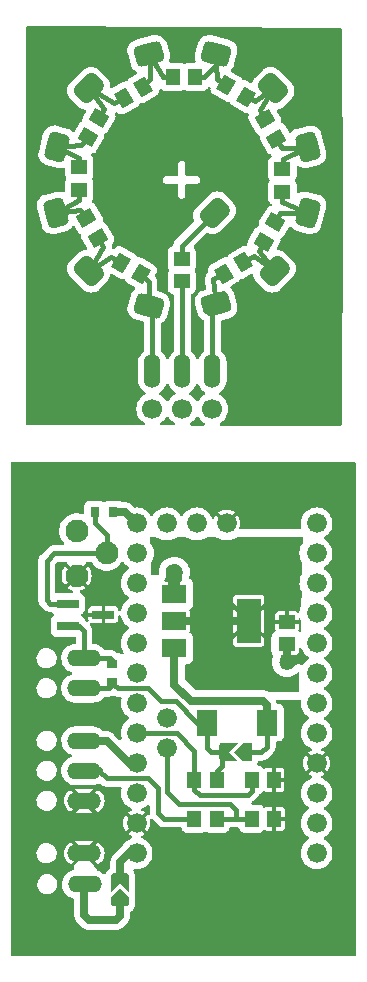
<source format=gbr>
%TF.GenerationSoftware,KiCad,Pcbnew,7.0.6*%
%TF.CreationDate,2024-06-03T16:03:27+02:00*%
%TF.ProjectId,ToneGenerator,546f6e65-4765-46e6-9572-61746f722e6b,rev?*%
%TF.SameCoordinates,PX791ddc0PY9157080*%
%TF.FileFunction,Copper,L1,Top*%
%TF.FilePolarity,Positive*%
%FSLAX45Y45*%
G04 Gerber Fmt 4.5, Leading zero omitted, Abs format (unit mm)*
G04 Created by KiCad (PCBNEW 7.0.6) date 2024-06-03 16:03:27*
%MOMM*%
%LPD*%
G01*
G04 APERTURE LIST*
G04 Aperture macros list*
%AMRoundRect*
0 Rectangle with rounded corners*
0 $1 Rounding radius*
0 $2 $3 $4 $5 $6 $7 $8 $9 X,Y pos of 4 corners*
0 Add a 4 corners polygon primitive as box body*
4,1,4,$2,$3,$4,$5,$6,$7,$8,$9,$2,$3,0*
0 Add four circle primitives for the rounded corners*
1,1,$1+$1,$2,$3*
1,1,$1+$1,$4,$5*
1,1,$1+$1,$6,$7*
1,1,$1+$1,$8,$9*
0 Add four rect primitives between the rounded corners*
20,1,$1+$1,$2,$3,$4,$5,0*
20,1,$1+$1,$4,$5,$6,$7,0*
20,1,$1+$1,$6,$7,$8,$9,0*
20,1,$1+$1,$8,$9,$2,$3,0*%
%AMRotRect*
0 Rectangle, with rotation*
0 The origin of the aperture is its center*
0 $1 length*
0 $2 width*
0 $3 Rotation angle, in degrees counterclockwise*
0 Add horizontal line*
21,1,$1,$2,0,0,$3*%
%AMFreePoly0*
4,1,24,-1.200000,0.450000,-1.192155,0.533661,-1.147852,0.660271,-1.068198,0.768198,-0.960271,0.847852,-0.833660,0.892154,-0.750000,0.900000,0.750000,0.900001,1.199999,0.450000,1.200000,-0.450000,1.192155,-0.533661,1.147852,-0.660271,1.068198,-0.768198,0.960271,-0.847852,0.833660,-0.892154,0.750000,-0.900000,-0.750000,-0.900001,-0.833660,-0.892155,-0.960271,-0.847852,-1.068198,-0.768198,
-1.147852,-0.660271,-1.192155,-0.533660,-1.199999,-0.450000,-1.200000,0.450000,-1.200000,0.450000,$1*%
G04 Aperture macros list end*
%TA.AperFunction,SMDPad,CuDef*%
%ADD10R,1.143000X1.397000*%
%TD*%
%TA.AperFunction,ComponentPad*%
%ADD11O,2.844800X1.422400*%
%TD*%
%TA.AperFunction,SMDPad,CuDef*%
%ADD12R,1.397000X1.143000*%
%TD*%
%TA.AperFunction,SMDPad,CuDef*%
%ADD13RotRect,1.143000X1.397000X60.000000*%
%TD*%
%TA.AperFunction,ComponentPad*%
%ADD14C,1.930400*%
%TD*%
%TA.AperFunction,SMDPad,CuDef*%
%ADD15RotRect,1.143000X1.397000X150.000000*%
%TD*%
%TA.AperFunction,SMDPad,CuDef*%
%ADD16RotRect,1.143000X1.397000X30.000000*%
%TD*%
%TA.AperFunction,SMDPad,CuDef*%
%ADD17R,1.800000X2.200000*%
%TD*%
%TA.AperFunction,SMDPad,CuDef*%
%ADD18RoundRect,0.190500X0.190500X0.571500X-0.190500X0.571500X-0.190500X-0.571500X0.190500X-0.571500X0*%
%TD*%
%TA.AperFunction,SMDPad,CuDef*%
%ADD19R,2.006600X1.498600*%
%TD*%
%TA.AperFunction,SMDPad,CuDef*%
%ADD20R,2.006600X3.810000*%
%TD*%
%TA.AperFunction,SMDPad,CuDef*%
%ADD21RoundRect,0.190500X0.571500X-0.190500X0.571500X0.190500X-0.571500X0.190500X-0.571500X-0.190500X0*%
%TD*%
%TA.AperFunction,SMDPad,CuDef*%
%ADD22R,0.965200X0.762000*%
%TD*%
%TA.AperFunction,ComponentPad*%
%ADD23C,1.676400*%
%TD*%
%TA.AperFunction,ComponentPad*%
%ADD24FreePoly0,195.000000*%
%TD*%
%TA.AperFunction,ComponentPad*%
%ADD25RoundRect,0.450000X0.212132X0.848528X-0.848528X-0.212132X-0.212132X-0.848528X0.848528X0.212132X0*%
%TD*%
%TA.AperFunction,ComponentPad*%
%ADD26RoundRect,0.450000X-0.240552X0.840913X-0.628781X-0.607976X0.240552X-0.840913X0.628781X0.607976X0*%
%TD*%
%TA.AperFunction,ComponentPad*%
%ADD27RoundRect,0.450000X-0.628781X0.607976X-0.240552X-0.840913X0.628781X-0.607976X0.240552X0.840913X0*%
%TD*%
%TA.AperFunction,ComponentPad*%
%ADD28RoundRect,0.450000X-0.848528X0.212132X0.212132X-0.848528X0.848528X-0.212132X-0.212132X0.848528X0*%
%TD*%
%TA.AperFunction,ComponentPad*%
%ADD29RoundRect,0.450000X-0.840913X-0.240552X0.607976X-0.628781X0.840913X0.240552X-0.607976X0.628781X0*%
%TD*%
%TA.AperFunction,ComponentPad*%
%ADD30RoundRect,0.450000X-0.607976X-0.628781X0.840913X-0.240552X0.607976X0.628781X-0.840913X0.240552X0*%
%TD*%
%TA.AperFunction,ComponentPad*%
%ADD31RoundRect,0.450000X-0.212132X-0.848528X0.848528X0.212132X0.212132X0.848528X-0.848528X-0.212132X0*%
%TD*%
%TA.AperFunction,ComponentPad*%
%ADD32RoundRect,0.450000X0.240552X-0.840913X0.628781X0.607976X-0.240552X0.840913X-0.628781X-0.607976X0*%
%TD*%
%TA.AperFunction,ComponentPad*%
%ADD33RoundRect,0.450000X0.628781X-0.607976X0.240552X0.840913X-0.628781X0.607976X-0.240552X-0.840913X0*%
%TD*%
%TA.AperFunction,ComponentPad*%
%ADD34RoundRect,0.450000X0.848528X-0.212132X-0.212132X0.848528X-0.848528X0.212132X0.212132X-0.848528X0*%
%TD*%
%TA.AperFunction,ComponentPad*%
%ADD35RoundRect,0.450000X0.840913X0.240552X-0.607976X0.628781X-0.840913X-0.240552X0.607976X-0.628781X0*%
%TD*%
%TA.AperFunction,SMDPad,CuDef*%
%ADD36RotRect,1.143000X1.397000X120.000000*%
%TD*%
%TA.AperFunction,SMDPad,CuDef*%
%ADD37R,1.900000X0.800000*%
%TD*%
%TA.AperFunction,SMDPad,CuDef*%
%ADD38R,0.762000X0.965200*%
%TD*%
%TA.AperFunction,WasherPad*%
%ADD39C,1.700000*%
%TD*%
%TA.AperFunction,ComponentPad*%
%ADD40O,1.422400X2.844800*%
%TD*%
%TA.AperFunction,ViaPad*%
%ADD41C,1.400000*%
%TD*%
%TA.AperFunction,ViaPad*%
%ADD42C,1.270000*%
%TD*%
%TA.AperFunction,ViaPad*%
%ADD43C,1.219200*%
%TD*%
%TA.AperFunction,Conductor*%
%ADD44C,0.400000*%
%TD*%
%TA.AperFunction,Conductor*%
%ADD45C,0.635000*%
%TD*%
%TA.AperFunction,Conductor*%
%ADD46C,0.406400*%
%TD*%
%TA.AperFunction,Conductor*%
%ADD47C,1.000000*%
%TD*%
G04 APERTURE END LIST*
%TA.AperFunction,EtchedComponent*%
%TO.C,JP2*%
G36*
X2012230Y1680760D02*
G01*
X1989588Y1680760D01*
X1913388Y1756960D01*
X1989588Y1833160D01*
X2012230Y1833160D01*
X2012230Y1680760D01*
G37*
%TD.AperFunction*%
%TA.AperFunction,EtchedComponent*%
G36*
X1878601Y1756960D02*
G01*
X1952173Y1680760D01*
X1854750Y1680760D01*
X1854750Y1833160D01*
X1952173Y1833160D01*
X1878601Y1756960D01*
G37*
%TD.AperFunction*%
%TA.AperFunction,EtchedComponent*%
%TO.C,JP1*%
G36*
X1028700Y532462D02*
G01*
X1028700Y509820D01*
X876300Y509820D01*
X876300Y532462D01*
X952500Y608662D01*
X1028700Y532462D01*
G37*
%TD.AperFunction*%
%TA.AperFunction,EtchedComponent*%
G36*
X1028700Y569877D02*
G01*
X952500Y643449D01*
X876300Y569877D01*
X876300Y667300D01*
X1028700Y667300D01*
X1028700Y569877D01*
G37*
%TD.AperFunction*%
%TD*%
D10*
%TO.P,R7,1,1*%
%TO.N,Net-(ARD1-PadA3)*%
X1581150Y1524000D03*
%TO.P,R7,2,2*%
%TO.N,+9V*%
X1771650Y1524000D03*
%TD*%
%TO.P,C1,1,1*%
%TO.N,Net-(ARD1-PadA5)*%
X2066840Y1193800D03*
%TO.P,C1,2,2*%
%TO.N,GND*%
X2257340Y1193800D03*
%TD*%
D11*
%TO.P,+9V0,1,KL*%
%TO.N,+9V*%
X654120Y639360D03*
%TD*%
D12*
%TO.P,R100,1,1*%
%TO.N,Net-(J100-PadA)*%
X1474846Y5934751D03*
%TO.P,R100,2,2*%
%TO.N,Net-(CN100-Pin_2)*%
X1474846Y5744251D03*
%TD*%
D13*
%TO.P,R108,1,1*%
%TO.N,Net-(J100-Pad9)*%
X678056Y6962199D03*
%TO.P,R108,2,2*%
%TO.N,Net-(J100-Pad8)*%
X773306Y7127177D03*
%TD*%
D14*
%TO.P,Q1,D,D*%
%TO.N,Net-(HP2-KL)*%
X584200Y3632200D03*
%TO.P,Q1,G,G*%
%TO.N,Net-(Q2-G)*%
X838200Y3441700D03*
%TO.P,Q1,S,S*%
%TO.N,GND*%
X584200Y3251200D03*
%TD*%
D15*
%TO.P,R102,1,1*%
%TO.N,Net-(CN100-Pin_1)*%
X1128170Y5807063D03*
%TO.P,R102,2,2*%
%TO.N,Net-(J100-Pad11)*%
X963192Y5902313D03*
%TD*%
D12*
%TO.P,R105,1,1*%
%TO.N,Net-(J100-Pad3)*%
X2325681Y6504187D03*
%TO.P,R105,2,2*%
%TO.N,Net-(J100-Pad4)*%
X2325681Y6694687D03*
%TD*%
D16*
%TO.P,R101,1,1*%
%TO.N,Net-(CN100-Pin_3)*%
X1830703Y5809438D03*
%TO.P,R101,2,2*%
%TO.N,Net-(J100-Pad2)*%
X1995680Y5904688D03*
%TD*%
D17*
%TO.P,D1,A,A*%
%TO.N,+9V*%
X1688014Y2008713D03*
%TO.P,D1,C,K*%
%TO.N,Net-(D1-K)*%
X2198014Y2008713D03*
%TD*%
D11*
%TO.P,HP2,1,KL*%
%TO.N,Net-(HP2-KL)*%
X647700Y2552700D03*
%TD*%
D18*
%TO.P,JP2,1,1*%
%TO.N,Net-(D1-K)*%
X2035090Y1756960D03*
%TO.P,JP2,2,2*%
%TO.N,+9V*%
X1831890Y1756960D03*
%TD*%
D11*
%TO.P,S-0,1,KL*%
%TO.N,GND*%
X647700Y901700D03*
%TD*%
D19*
%TO.P,IC1,1,VI*%
%TO.N,Net-(D1-K)*%
X1412240Y2639060D03*
%TO.P,IC1,2,VO*%
%TO.N,+5V*%
X1412240Y2867660D03*
%TO.P,IC1,3,ADJ*%
%TO.N,GND*%
X1412240Y3096260D03*
D20*
%TO.P,IC1,4,VO1*%
%TO.N,+5V*%
X2042160Y2870200D03*
%TD*%
D10*
%TO.P,R1,1,1*%
%TO.N,Net-(ARD1-PadA5)*%
X1771650Y1193800D03*
%TO.P,R1,2,2*%
%TO.N,Net-(SIN0-KL)*%
X1581150Y1193800D03*
%TD*%
D11*
%TO.P,S+0,1,KL*%
%TO.N,+5V*%
X647700Y1854200D03*
%TD*%
D12*
%TO.P,R106,1,1*%
%TO.N,Net-(J100-Pad10)*%
X605680Y6519438D03*
%TO.P,R106,2,2*%
%TO.N,Net-(J100-Pad9)*%
X605680Y6709938D03*
%TD*%
D21*
%TO.P,JP1,1,1*%
%TO.N,+9V*%
X952500Y486960D03*
%TO.P,JP1,2,2*%
%TO.N,Net-(ARD1-PadRAW)*%
X952500Y690160D03*
%TD*%
D22*
%TO.P,R2,1,1*%
%TO.N,Net-(HP2-KL)*%
X886400Y2508233D03*
%TO.P,R2,2,2*%
%TO.N,+9V*%
X886400Y2350753D03*
%TD*%
D23*
%TO.P,ARD1,A0,A0*%
%TO.N,unconnected-(ARD1-PadA0)*%
X1092200Y2679700D03*
%TO.P,ARD1,A1,A1*%
%TO.N,unconnected-(ARD1-PadA1)*%
X1092200Y2425700D03*
%TO.P,ARD1,A2,A2*%
%TO.N,unconnected-(ARD1-PadA2)*%
X1092200Y2171700D03*
%TO.P,ARD1,A3,A3*%
%TO.N,Net-(ARD1-PadA3)*%
X1092200Y1917700D03*
%TO.P,ARD1,A4,A4*%
%TO.N,unconnected-(ARD1-PadA4)*%
X1346200Y2044700D03*
%TO.P,ARD1,A5,A5*%
%TO.N,Net-(ARD1-PadA5)*%
X1346200Y1790700D03*
%TO.P,ARD1,A6,A6*%
%TO.N,unconnected-(ARD1-PadA6)*%
X1600200Y3695700D03*
%TO.P,ARD1,A7,A7*%
%TO.N,unconnected-(ARD1-PadA7)*%
X1346200Y3695700D03*
%TO.P,ARD1,D2,D2*%
%TO.N,unconnected-(ARD1-PadD2)*%
X2616200Y1917700D03*
%TO.P,ARD1,D3,D3*%
%TO.N,unconnected-(ARD1-PadD3)*%
X2616200Y2171700D03*
%TO.P,ARD1,D4,D4*%
%TO.N,unconnected-(ARD1-PadD4)*%
X2616200Y2425700D03*
%TO.P,ARD1,D5,D5*%
%TO.N,unconnected-(ARD1-PadD5)*%
X2616200Y2679700D03*
%TO.P,ARD1,D6,D6*%
%TO.N,unconnected-(ARD1-PadD6)*%
X2616200Y2933700D03*
%TO.P,ARD1,D7,D7*%
%TO.N,unconnected-(ARD1-PadD7)*%
X2616200Y3187700D03*
%TO.P,ARD1,D8,D8*%
%TO.N,unconnected-(ARD1-PadD8)*%
X2616200Y3441700D03*
%TO.P,ARD1,D9,D9*%
%TO.N,unconnected-(ARD1-PadD9)*%
X2616200Y3695700D03*
%TO.P,ARD1,D10,D10*%
%TO.N,Net-(ARD1-PadD10)*%
X1092200Y3695700D03*
%TO.P,ARD1,D11,D11*%
%TO.N,unconnected-(ARD1-PadD11)*%
X1092200Y3441700D03*
%TO.P,ARD1,D12,D12*%
%TO.N,unconnected-(ARD1-PadD12)*%
X1092200Y3187700D03*
%TO.P,ARD1,D13,D13*%
%TO.N,unconnected-(ARD1-PadD13)*%
X1092200Y2933700D03*
%TO.P,ARD1,GND,GND*%
%TO.N,GND*%
X2616200Y1663700D03*
%TO.P,ARD1,GND@1,GND@1*%
X1092200Y1155700D03*
%TO.P,ARD1,GND@4,GND@4*%
X1854200Y3695700D03*
%TO.P,ARD1,RAW,RAW*%
%TO.N,Net-(ARD1-PadRAW)*%
X1092200Y901700D03*
%TO.P,ARD1,RST,RST@1*%
%TO.N,unconnected-(ARD1A-RST@1-PadRST)*%
X1092200Y1409700D03*
%TO.P,ARD1,RST@1,RST@2*%
%TO.N,unconnected-(ARD1A-RST@2-PadRST@1)*%
X2616200Y1409700D03*
%TO.P,ARD1,RX1@1,RX@1*%
%TO.N,unconnected-(ARD1A-RX@1-PadRX1@1)*%
X2616200Y1155700D03*
%TO.P,ARD1,TX@1,TX@2*%
%TO.N,unconnected-(ARD1A-TX@2-PadTX@1)*%
X2616200Y901700D03*
%TO.P,ARD1,VCC,VCC@2*%
%TO.N,+5V*%
X1092200Y1663700D03*
%TD*%
D15*
%TO.P,R109,1,1*%
%TO.N,Net-(J100-Pad5)*%
X2018170Y7307063D03*
%TO.P,R109,2,2*%
%TO.N,Net-(J100-Pad6)*%
X1853192Y7402313D03*
%TD*%
D24*
%TO.P,J100,1,1*%
%TO.N,Net-(CN100-Pin_3)*%
X1765300Y5549900D03*
D25*
%TO.P,J100,2,2*%
%TO.N,Net-(J100-Pad2)*%
X2260600Y5829300D03*
D26*
%TO.P,J100,3,3*%
%TO.N,Net-(J100-Pad3)*%
X2540000Y6324600D03*
D27*
%TO.P,J100,4,4*%
%TO.N,Net-(J100-Pad4)*%
X2540000Y6883400D03*
D28*
%TO.P,J100,5,5*%
%TO.N,Net-(J100-Pad5)*%
X2247900Y7378700D03*
D29*
%TO.P,J100,6,6*%
%TO.N,Net-(J100-Pad6)*%
X1765300Y7670800D03*
D30*
%TO.P,J100,7,7*%
%TO.N,Net-(J100-Pad7)*%
X1193800Y7670800D03*
D31*
%TO.P,J100,8,8*%
%TO.N,Net-(J100-Pad8)*%
X685800Y7378700D03*
D32*
%TO.P,J100,9,9*%
%TO.N,Net-(J100-Pad9)*%
X419100Y6883400D03*
D33*
%TO.P,J100,10,10*%
%TO.N,Net-(J100-Pad10)*%
X406400Y6324600D03*
D34*
%TO.P,J100,11,11*%
%TO.N,Net-(J100-Pad11)*%
X685800Y5829300D03*
D35*
%TO.P,J100,12,12*%
%TO.N,Net-(CN100-Pin_1)*%
X1193800Y5537200D03*
D25*
%TO.P,J100,A,A*%
%TO.N,Net-(J100-PadA)*%
X1752600Y6324600D03*
%TD*%
D36*
%TO.P,R107,1,1*%
%TO.N,Net-(J100-Pad4)*%
X2273306Y6952200D03*
%TO.P,R107,2,2*%
%TO.N,Net-(J100-Pad5)*%
X2178056Y7117177D03*
%TD*%
D10*
%TO.P,R8,1,1*%
%TO.N,GND*%
X2255737Y1524000D03*
%TO.P,R8,2,2*%
%TO.N,Net-(ARD1-PadA3)*%
X2065237Y1524000D03*
%TD*%
D11*
%TO.P,SIN0,1,KL*%
%TO.N,Net-(SIN0-KL)*%
X647700Y1600200D03*
%TD*%
D36*
%TO.P,R104,1,1*%
%TO.N,Net-(J100-Pad11)*%
X763305Y6112200D03*
%TO.P,R104,2,2*%
%TO.N,Net-(J100-Pad10)*%
X668055Y6277177D03*
%TD*%
D12*
%TO.P,C2,1,1*%
%TO.N,+5V*%
X2365290Y2861860D03*
%TO.P,C2,2,2*%
%TO.N,GND*%
X2365290Y2671360D03*
%TD*%
D13*
%TO.P,R103,1,1*%
%TO.N,Net-(J100-Pad2)*%
X2170431Y6079711D03*
%TO.P,R103,2,2*%
%TO.N,Net-(J100-Pad3)*%
X2265681Y6244689D03*
%TD*%
D11*
%TO.P,GND0,1,KL*%
%TO.N,GND*%
X647700Y1346200D03*
%TD*%
D37*
%TO.P,Q2,1,G*%
%TO.N,Net-(Q2-G)*%
X510400Y3016000D03*
%TO.P,Q2,2,D*%
%TO.N,Net-(HP2-KL)*%
X510400Y2826000D03*
%TO.P,Q2,3,S*%
%TO.N,GND*%
X810400Y2921000D03*
%TD*%
D38*
%TO.P,R3,1,1*%
%TO.N,Net-(Q2-G)*%
X737150Y3788960D03*
%TO.P,R3,2,2*%
%TO.N,Net-(ARD1-PadD10)*%
X894630Y3788960D03*
%TD*%
D11*
%TO.P,HP1,1,KL*%
%TO.N,+9V*%
X647700Y2298700D03*
%TD*%
D39*
%TO.P,CN100,*%
%TO.N,*%
X1226090Y4663839D03*
X1480089Y4663839D03*
X1732592Y4663839D03*
D40*
%TO.P,CN100,1,Pin_1*%
%TO.N,Net-(CN100-Pin_1)*%
X1226090Y4981339D03*
%TO.P,CN100,2,Pin_2*%
%TO.N,Net-(CN100-Pin_2)*%
X1480089Y4981339D03*
%TO.P,CN100,3,Pin_3*%
%TO.N,Net-(CN100-Pin_3)*%
X1732592Y4981339D03*
%TD*%
D10*
%TO.P,R111,1,1*%
%TO.N,Net-(J100-Pad7)*%
X1400430Y7474688D03*
%TO.P,R111,2,2*%
%TO.N,Net-(J100-Pad6)*%
X1590930Y7474688D03*
%TD*%
D16*
%TO.P,R110,1,1*%
%TO.N,Net-(J100-Pad8)*%
X983191Y7297063D03*
%TO.P,R110,2,2*%
%TO.N,Net-(J100-Pad7)*%
X1148169Y7392313D03*
%TD*%
D41*
%TO.N,GND*%
X1412240Y3280960D03*
D42*
X2365290Y2518960D03*
D43*
%TO.N,+5V*%
X1654090Y2366560D03*
%TD*%
D44*
%TO.N,+9V*%
X1771650Y1524000D02*
X1771650Y1596988D01*
D45*
X917490Y334560D02*
X952500Y369570D01*
D46*
X1724770Y1756960D02*
X1814430Y1756960D01*
D45*
X952500Y369570D02*
X952500Y458070D01*
D46*
X1188550Y2298700D02*
X1298490Y2188760D01*
D44*
X1814750Y1640088D02*
X1814750Y1756960D01*
D46*
X1188550Y2298700D02*
X932192Y2298700D01*
D45*
X688890Y334560D02*
X917490Y334560D01*
D46*
X1688014Y2008713D02*
X1688014Y1793716D01*
X1421966Y2188760D02*
X1602013Y2008713D01*
D45*
X647700Y647700D02*
X647700Y375750D01*
D46*
X1688014Y1793716D02*
X1724770Y1756960D01*
X895649Y2335243D02*
X859105Y2298700D01*
D45*
X647700Y375750D02*
X688890Y334560D01*
D46*
X859105Y2298700D02*
X647700Y2298700D01*
D44*
X1771650Y1596988D02*
X1814750Y1640088D01*
D46*
X1298490Y2188760D02*
X1421966Y2188760D01*
X1688014Y2008713D02*
X1602013Y2008713D01*
X932192Y2298700D02*
X895649Y2335243D01*
D45*
%TO.N,GND*%
X2365290Y2671360D02*
X2365290Y2518960D01*
D47*
X1412240Y3096260D02*
X1412240Y3280960D01*
D45*
%TO.N,+5V*%
X1028700Y1663700D02*
X838200Y1854200D01*
X1092200Y1663700D02*
X1028700Y1663700D01*
X838200Y1854200D02*
X647700Y1854200D01*
X2039620Y2867660D02*
X2042160Y2870200D01*
X1412240Y2867660D02*
X2039620Y2867660D01*
D46*
%TO.N,Net-(ARD1-PadA3)*%
X1092200Y1917700D02*
X1435100Y1917700D01*
X1581150Y1771650D02*
X1581150Y1524000D01*
D44*
X2065237Y1524000D02*
X2065237Y1430237D01*
D46*
X1435100Y1917700D02*
X1581150Y1771650D01*
D44*
X1581150Y1441450D02*
X1581150Y1524000D01*
X2065237Y1430237D02*
X2032000Y1397000D01*
X2032000Y1397000D02*
X1625600Y1397000D01*
X1625600Y1397000D02*
X1581150Y1441450D01*
%TO.N,Net-(ARD1-PadA5)*%
X1930400Y1193800D02*
X2066840Y1193800D01*
X1771650Y1193800D02*
X1930400Y1193800D01*
X1346200Y1422400D02*
X1447800Y1320800D01*
X1447800Y1320800D02*
X1879600Y1320800D01*
X1879600Y1320800D02*
X1930400Y1270000D01*
X1930400Y1270000D02*
X1930400Y1193800D01*
X1346200Y1790700D02*
X1346200Y1422400D01*
D45*
%TO.N,Net-(ARD1-PadD10)*%
X996950Y3790950D02*
X1092200Y3695700D01*
X896620Y3790950D02*
X894630Y3788960D01*
X996950Y3790950D02*
X896620Y3790950D01*
%TO.N,Net-(ARD1-PadRAW)*%
X1092200Y901700D02*
X1028700Y901700D01*
X952500Y825500D02*
X952500Y711200D01*
X1028700Y901700D02*
X952500Y825500D01*
D46*
%TO.N,Net-(CN100-Pin_1)*%
X1226090Y4981339D02*
X1226090Y5504911D01*
X1193800Y5537200D02*
X1193800Y5741433D01*
X1193800Y5741433D02*
X1128170Y5807063D01*
X1226090Y5504911D02*
X1193800Y5537200D01*
%TO.N,Net-(CN100-Pin_2)*%
X1480089Y5739008D02*
X1474846Y5744251D01*
X1480089Y4981339D02*
X1480089Y5739008D01*
%TO.N,Net-(CN100-Pin_3)*%
X1732592Y4981339D02*
X1732592Y5517193D01*
X1830703Y5809438D02*
X1743183Y5762555D01*
X1743183Y5762555D02*
X1765300Y5549900D01*
X1732592Y5517193D02*
X1765300Y5549900D01*
D45*
%TO.N,Net-(D1-K)*%
X1412240Y2639060D02*
X1412240Y2329010D01*
X1553350Y2187900D02*
X2162950Y2187900D01*
X1412240Y2329010D02*
X1553350Y2187900D01*
D46*
X2198014Y2008713D02*
X2198014Y1805513D01*
X2149461Y1756960D02*
X2052550Y1756960D01*
X2198014Y1805513D02*
X2149461Y1756960D01*
D45*
X2162950Y2187900D02*
X2198014Y2152836D01*
X2198014Y2152836D02*
X2198014Y2008713D01*
D44*
%TO.N,Net-(HP2-KL)*%
X603000Y2826000D02*
X647700Y2781300D01*
X510400Y2826000D02*
X603000Y2826000D01*
X868692Y2552700D02*
X647700Y2552700D01*
X647700Y2781300D02*
X647700Y2552700D01*
X895649Y2525743D02*
X868692Y2552700D01*
D46*
%TO.N,Net-(J100-Pad2)*%
X2124568Y6002256D02*
X2260600Y5829300D01*
X1995680Y5904688D02*
X2089794Y5955444D01*
X2089794Y5955444D02*
X2260600Y5829300D01*
X2170431Y6079711D02*
X2124568Y6002256D01*
%TO.N,Net-(J100-Pad3)*%
X2325681Y6504187D02*
X2325190Y6419549D01*
X2265681Y6244689D02*
X2309140Y6324588D01*
X2325190Y6419549D02*
X2540000Y6324600D01*
X2309140Y6324588D02*
X2540000Y6324600D01*
%TO.N,Net-(J100-Pad4)*%
X2273306Y6952200D02*
X2322515Y6875628D01*
X2325681Y6694687D02*
X2330540Y6777992D01*
X2330540Y6777992D02*
X2540000Y6883400D01*
X2322515Y6875628D02*
X2540000Y6883400D01*
%TO.N,Net-(J100-Pad5)*%
X2178056Y7117177D02*
X2140232Y7197598D01*
X2140232Y7197598D02*
X2247900Y7378700D01*
X2096541Y7267147D02*
X2247900Y7378700D01*
X2018170Y7307063D02*
X2096541Y7267147D01*
%TO.N,Net-(J100-Pad6)*%
X1775282Y7455165D02*
X1853192Y7402313D01*
X1765300Y7573985D02*
X1775282Y7455165D01*
X1666003Y7474688D02*
X1765300Y7573985D01*
X1590930Y7474688D02*
X1666003Y7474688D01*
X1765300Y7670800D02*
X1765300Y7573985D01*
%TO.N,Net-(J100-Pad7)*%
X1193800Y7670800D02*
X1311656Y7471006D01*
X1311656Y7471006D02*
X1400430Y7474688D01*
X1204658Y7456740D02*
X1202280Y7506078D01*
X1202280Y7506078D02*
X1193800Y7670800D01*
X1148169Y7392313D02*
X1204658Y7456740D01*
%TO.N,Net-(J100-Pad8)*%
X901132Y7251869D02*
X983191Y7297063D01*
X813552Y7206901D02*
X773306Y7127177D01*
X685800Y7378700D02*
X901132Y7251869D01*
X685800Y7378700D02*
X813552Y7206901D01*
%TO.N,Net-(J100-Pad9)*%
X625535Y6895449D02*
X678056Y6962199D01*
X604729Y6790235D02*
X605680Y6709938D01*
X419100Y6883400D02*
X625535Y6895449D01*
X419100Y6883400D02*
X604729Y6790235D01*
%TO.N,Net-(J100-Pad10)*%
X605918Y6432417D02*
X605680Y6519438D01*
X406400Y6324600D02*
X605918Y6432417D01*
X615726Y6346819D02*
X406400Y6324600D01*
X668055Y6277177D02*
X615726Y6346819D01*
%TO.N,Net-(J100-Pad11)*%
X809006Y6032010D02*
X685800Y5829300D01*
X876177Y5947006D02*
X685800Y5829300D01*
X963192Y5902313D02*
X876177Y5947006D01*
X763305Y6112200D02*
X809006Y6032010D01*
%TO.N,Net-(J100-PadA)*%
X1474846Y6046846D02*
X1474846Y5934751D01*
X1752600Y6324600D02*
X1474846Y6046846D01*
D44*
%TO.N,Net-(Q2-G)*%
X838200Y3600450D02*
X838200Y3441700D01*
X362200Y3016000D02*
X330200Y3048000D01*
X510400Y3016000D02*
X362200Y3016000D01*
X330200Y3378200D02*
X393700Y3441700D01*
X393700Y3441700D02*
X838200Y3441700D01*
X330200Y3048000D02*
X330200Y3378200D01*
X737150Y3788960D02*
X737150Y3701500D01*
X737150Y3701500D02*
X838200Y3600450D01*
D46*
%TO.N,Net-(SIN0-KL)*%
X1273090Y1452160D02*
X1273090Y1241510D01*
X774700Y1600200D02*
X838200Y1536700D01*
X1273090Y1241510D02*
X1320800Y1193800D01*
X1188550Y1536700D02*
X1273090Y1452160D01*
X838200Y1536700D02*
X1188550Y1536700D01*
D45*
X647700Y1600200D02*
X774700Y1600200D01*
D46*
X1320800Y1193800D02*
X1581150Y1193800D01*
%TD*%
%TA.AperFunction,Conductor*%
%TO.N,+5V*%
G36*
X1258948Y3580082D02*
G01*
X1266714Y3574038D01*
X1266715Y3574037D01*
X1276577Y3568700D01*
X1287823Y3562614D01*
X1287824Y3562614D01*
X1287824Y3562614D01*
X1310524Y3554821D01*
X1310524Y3554821D01*
X1310525Y3554820D01*
X1334199Y3550870D01*
X1334199Y3550870D01*
X1358201Y3550870D01*
X1358201Y3550870D01*
X1381876Y3554820D01*
X1404577Y3562614D01*
X1425686Y3574038D01*
X1433452Y3580082D01*
X1437291Y3581400D01*
X1509109Y3581400D01*
X1512948Y3580082D01*
X1520714Y3574038D01*
X1520714Y3574037D01*
X1530577Y3568700D01*
X1541823Y3562614D01*
X1541824Y3562614D01*
X1541824Y3562614D01*
X1564524Y3554821D01*
X1564524Y3554821D01*
X1564524Y3554820D01*
X1588199Y3550870D01*
X1588199Y3550870D01*
X1612201Y3550870D01*
X1612201Y3550870D01*
X1635875Y3554820D01*
X1658577Y3562614D01*
X1679686Y3574038D01*
X1687452Y3580082D01*
X1691291Y3581400D01*
X1763109Y3581400D01*
X1766948Y3580082D01*
X1774714Y3574038D01*
X1774714Y3574037D01*
X1784577Y3568700D01*
X1795823Y3562614D01*
X1795824Y3562614D01*
X1795824Y3562614D01*
X1818524Y3554821D01*
X1818524Y3554821D01*
X1818524Y3554820D01*
X1842199Y3550870D01*
X1842199Y3550870D01*
X1866201Y3550870D01*
X1866201Y3550870D01*
X1889875Y3554820D01*
X1912577Y3562614D01*
X1933686Y3574038D01*
X1941452Y3580082D01*
X1945291Y3581400D01*
X2495482Y3581400D01*
X2499901Y3579569D01*
X2501732Y3575150D01*
X2501729Y3574984D01*
X2500565Y3531202D01*
X2499549Y3527950D01*
X2488390Y3510868D01*
X2488389Y3510868D01*
X2488389Y3510868D01*
X2478748Y3488887D01*
X2472856Y3465620D01*
X2470874Y3441700D01*
X2472856Y3417780D01*
X2478748Y3394513D01*
X2478748Y3394512D01*
X2488389Y3372532D01*
X2488390Y3372532D01*
X2494967Y3362465D01*
X2495982Y3358880D01*
X2493523Y3266424D01*
X2492508Y3263172D01*
X2488390Y3256868D01*
X2488389Y3256868D01*
X2478748Y3234888D01*
X2478748Y3234887D01*
X2472856Y3211620D01*
X2471529Y3195612D01*
X2470874Y3187700D01*
X2472856Y3163780D01*
X2478748Y3140513D01*
X2488389Y3118532D01*
X2488476Y3118400D01*
X2488492Y3118343D01*
X2488512Y3118305D01*
X2488504Y3118300D01*
X2489491Y3114815D01*
X2486426Y2999541D01*
X2485902Y2997197D01*
X2478748Y2980887D01*
X2472856Y2957620D01*
X2472856Y2957619D01*
X2471418Y2940275D01*
X2469229Y2936022D01*
X2464674Y2934563D01*
X2460770Y2936372D01*
X2452618Y2944524D01*
X2442221Y2949115D01*
X2439679Y2949410D01*
X2380490Y2949410D01*
X2380490Y2877060D01*
X2465540Y2877060D01*
X2465540Y2888529D01*
X2467371Y2892948D01*
X2471790Y2894779D01*
X2476209Y2892948D01*
X2477849Y2890063D01*
X2478237Y2888529D01*
X2478748Y2886512D01*
X2482591Y2877750D01*
X2483116Y2875073D01*
X2480674Y2783252D01*
X2478726Y2778883D01*
X2474260Y2777171D01*
X2471244Y2778039D01*
X2464407Y2782083D01*
X2461534Y2785908D01*
X2461871Y2789987D01*
X2465245Y2797629D01*
X2465540Y2800171D01*
X2465540Y2846660D01*
X2265040Y2846660D01*
X2265040Y2800171D01*
X2265335Y2797629D01*
X2265335Y2797629D01*
X2268709Y2789987D01*
X2268820Y2785204D01*
X2266173Y2782083D01*
X2257749Y2777101D01*
X2246850Y2766201D01*
X2240502Y2755467D01*
X2239256Y2753360D01*
X2239003Y2752932D01*
X2234702Y2738130D01*
X2234702Y2738130D01*
X2234430Y2734672D01*
X2234430Y2608048D01*
X2234702Y2604590D01*
X2234702Y2604590D01*
X2239003Y2589787D01*
X2245037Y2579584D01*
X2246850Y2576519D01*
X2249142Y2574227D01*
X2250973Y2569807D01*
X2250387Y2567166D01*
X2247842Y2561708D01*
X2242203Y2540665D01*
X2242203Y2540663D01*
X2240304Y2518960D01*
X2240304Y2518960D01*
X2242203Y2497257D01*
X2242203Y2497255D01*
X2247842Y2476214D01*
X2247842Y2476212D01*
X2257049Y2456468D01*
X2257049Y2456467D01*
X2269546Y2438621D01*
X2284951Y2423216D01*
X2285446Y2422869D01*
X2302797Y2410719D01*
X2302797Y2410719D01*
X2302798Y2410719D01*
X2317572Y2403830D01*
X2322542Y2401512D01*
X2322543Y2401512D01*
X2322543Y2401512D01*
X2343585Y2395874D01*
X2343586Y2395873D01*
X2343587Y2395873D01*
X2356609Y2394734D01*
X2365290Y2393974D01*
X2365290Y2393974D01*
X2365290Y2393974D01*
X2372524Y2394607D01*
X2386994Y2395873D01*
X2386994Y2395874D01*
X2386995Y2395874D01*
X2408037Y2401512D01*
X2408037Y2401512D01*
X2408038Y2401512D01*
X2427783Y2410719D01*
X2445629Y2423216D01*
X2460711Y2438297D01*
X2465130Y2440128D01*
X2469549Y2438297D01*
X2471380Y2433878D01*
X2471378Y2433711D01*
X2471305Y2430963D01*
X2471295Y2430788D01*
X2470874Y2425700D01*
X2471080Y2423210D01*
X2471089Y2422869D01*
X2467052Y2271044D01*
X2465104Y2266675D01*
X2460804Y2264960D01*
X2217392Y2264960D01*
X2213988Y2265968D01*
X2213748Y2266124D01*
X2207299Y2269410D01*
X2207156Y2269488D01*
X2200887Y2273107D01*
X2199025Y2273712D01*
X2198120Y2274087D01*
X2196376Y2274976D01*
X2196375Y2274976D01*
X2189383Y2276850D01*
X2189227Y2276896D01*
X2183920Y2278620D01*
X2182342Y2279133D01*
X2182342Y2279133D01*
X2180395Y2279338D01*
X2179431Y2279516D01*
X2177540Y2280023D01*
X2173318Y2280244D01*
X2170310Y2280402D01*
X2170150Y2280414D01*
X2167812Y2280660D01*
X2167811Y2280660D01*
X2165460Y2280660D01*
X2165297Y2280664D01*
X2164302Y2280717D01*
X2158069Y2281043D01*
X2156135Y2280737D01*
X2155158Y2280660D01*
X1594361Y2280660D01*
X1589942Y2282491D01*
X1506831Y2365602D01*
X1505000Y2370021D01*
X1505000Y2496870D01*
X1506831Y2501290D01*
X1511250Y2503120D01*
X1518732Y2503120D01*
X1520708Y2503276D01*
X1522190Y2503392D01*
X1536993Y2507693D01*
X1550261Y2515540D01*
X1561160Y2526439D01*
X1569007Y2539707D01*
X1573308Y2554510D01*
X1573580Y2557969D01*
X1573580Y2675161D01*
X1911430Y2675161D01*
X1911725Y2672619D01*
X1911725Y2672619D01*
X1916316Y2662222D01*
X1924352Y2654186D01*
X1934749Y2649595D01*
X1937291Y2649300D01*
X2147029Y2649300D01*
X2149571Y2649595D01*
X2149571Y2649595D01*
X2159968Y2654186D01*
X2168004Y2662222D01*
X2172595Y2672620D01*
X2172890Y2675161D01*
X2172890Y2717974D01*
X2042160Y2848704D01*
X1911430Y2717974D01*
X1911430Y2675161D01*
X1573580Y2675161D01*
X1573580Y2720151D01*
X1573308Y2723610D01*
X1569007Y2738413D01*
X1561160Y2751681D01*
X1561160Y2751681D01*
X1561160Y2751681D01*
X1550261Y2762581D01*
X1550261Y2762581D01*
X1540947Y2768089D01*
X1538075Y2771914D01*
X1538411Y2775993D01*
X1542675Y2785650D01*
X1542970Y2788191D01*
X1542970Y2947129D01*
X1542675Y2949671D01*
X1542675Y2949671D01*
X1538411Y2959327D01*
X1538301Y2964110D01*
X1540947Y2967231D01*
X1550261Y2972739D01*
X1556955Y2979434D01*
X1911430Y2979434D01*
X1911430Y2760966D01*
X2020664Y2870200D01*
X2063656Y2870200D01*
X2172890Y2760966D01*
X2172890Y2760966D01*
X2172890Y2877060D01*
X2265040Y2877060D01*
X2350090Y2877060D01*
X2350090Y2949410D01*
X2290901Y2949410D01*
X2288359Y2949115D01*
X2288359Y2949115D01*
X2277962Y2944524D01*
X2269926Y2936488D01*
X2265335Y2926091D01*
X2265040Y2923549D01*
X2265040Y2877060D01*
X2172890Y2877060D01*
X2172890Y2979434D01*
X2172890Y2979434D01*
X2063656Y2870200D01*
X2063656Y2870200D01*
X2020664Y2870200D01*
X2020664Y2870200D01*
X1911430Y2979434D01*
X1556955Y2979434D01*
X1561160Y2983639D01*
X1569007Y2996907D01*
X1573308Y3011710D01*
X1573580Y3015169D01*
X1573580Y3022426D01*
X1911430Y3022426D01*
X2042160Y2891696D01*
X2172890Y3022426D01*
X2172890Y3065239D01*
X2172595Y3067781D01*
X2172595Y3067781D01*
X2168004Y3078178D01*
X2159968Y3086214D01*
X2149571Y3090805D01*
X2147029Y3091100D01*
X1937291Y3091100D01*
X1934749Y3090805D01*
X1934749Y3090805D01*
X1924352Y3086214D01*
X1916316Y3078178D01*
X1911725Y3067781D01*
X1911430Y3065239D01*
X1911430Y3022426D01*
X1573580Y3022426D01*
X1573580Y3177351D01*
X1573308Y3180810D01*
X1569007Y3195613D01*
X1561160Y3208881D01*
X1561160Y3208881D01*
X1561160Y3208881D01*
X1550261Y3219781D01*
X1550261Y3219781D01*
X1537898Y3227092D01*
X1535025Y3230917D01*
X1535415Y3235113D01*
X1535819Y3235981D01*
X1541556Y3257391D01*
X1541752Y3258122D01*
X1541752Y3258123D01*
X1541752Y3258123D01*
X1543750Y3280960D01*
X1541752Y3303796D01*
X1540261Y3309362D01*
X1535819Y3325939D01*
X1535819Y3325939D01*
X1531697Y3334780D01*
X1526131Y3346715D01*
X1522124Y3352439D01*
X1512983Y3365493D01*
X1496773Y3381703D01*
X1484827Y3390068D01*
X1477995Y3394851D01*
X1477995Y3394851D01*
X1477995Y3394851D01*
X1457219Y3404539D01*
X1457219Y3404540D01*
X1435078Y3410472D01*
X1435076Y3410473D01*
X1412240Y3412470D01*
X1412240Y3412470D01*
X1389404Y3410473D01*
X1389402Y3410472D01*
X1367261Y3404540D01*
X1367261Y3404539D01*
X1346485Y3394851D01*
X1327707Y3381703D01*
X1311497Y3365493D01*
X1298349Y3346715D01*
X1288661Y3325939D01*
X1288660Y3325939D01*
X1282728Y3303798D01*
X1282727Y3303796D01*
X1280730Y3280960D01*
X1280730Y3280960D01*
X1282357Y3262355D01*
X1280919Y3257793D01*
X1276676Y3255584D01*
X1276131Y3255560D01*
X1224248Y3255560D01*
X1219828Y3257391D01*
X1219015Y3258392D01*
X1217445Y3260795D01*
X1216431Y3264018D01*
X1213416Y3360377D01*
X1214430Y3363990D01*
X1220011Y3372532D01*
X1229652Y3394513D01*
X1235544Y3417780D01*
X1237526Y3441700D01*
X1235544Y3465620D01*
X1229652Y3488887D01*
X1220011Y3510868D01*
X1209098Y3527571D01*
X1208083Y3530794D01*
X1206702Y3574955D01*
X1208393Y3579429D01*
X1212753Y3581397D01*
X1212949Y3581400D01*
X1255109Y3581400D01*
X1258948Y3580082D01*
G37*
%TD.AperFunction*%
%TD*%
%TA.AperFunction,Conductor*%
%TO.N,GND*%
G36*
X1194458Y1312138D02*
G01*
X1200187Y1307850D01*
X1202688Y1301145D01*
X1202720Y1300239D01*
X1202720Y1243827D01*
X1202708Y1243443D01*
X1202289Y1236505D01*
X1199862Y1229773D01*
X1194181Y1225422D01*
X1188733Y1224602D01*
X1182997Y1225001D01*
X1136792Y1178796D01*
X1130376Y1188780D01*
X1119510Y1198195D01*
X1115178Y1200174D01*
X1161807Y1246803D01*
X1161328Y1247240D01*
X1161328Y1247240D01*
X1143331Y1258384D01*
X1138957Y1260078D01*
X1133283Y1264438D01*
X1130867Y1271174D01*
X1132476Y1278147D01*
X1137599Y1283143D01*
X1138177Y1283430D01*
X1143367Y1285850D01*
X1159391Y1293322D01*
X1178579Y1306758D01*
X1181040Y1309219D01*
X1187320Y1312649D01*
X1194458Y1312138D01*
G37*
%TD.AperFunction*%
%TA.AperFunction,Conductor*%
G36*
X2374656Y2684544D02*
G01*
X2379342Y2679136D01*
X2380490Y2673860D01*
X2380490Y2583810D01*
X2380490Y2583810D01*
X2439678Y2583810D01*
X2439680Y2583810D01*
X2442220Y2584105D01*
X2442221Y2584105D01*
X2452618Y2588696D01*
X2460654Y2596732D01*
X2465245Y2607130D01*
X2465540Y2609671D01*
X2465540Y2628742D01*
X2467556Y2635608D01*
X2472964Y2640294D01*
X2480047Y2641313D01*
X2486557Y2638340D01*
X2489750Y2634109D01*
X2499822Y2612510D01*
X2499823Y2612509D01*
X2509703Y2598399D01*
X2513258Y2593321D01*
X2529821Y2576758D01*
X2531494Y2575586D01*
X2549322Y2563103D01*
X2553790Y2557514D01*
X2554527Y2550396D01*
X2551298Y2544009D01*
X2549322Y2542297D01*
X2529822Y2528643D01*
X2529822Y2528642D01*
X2513258Y2512078D01*
X2513257Y2512078D01*
X2505367Y2500810D01*
X2499778Y2496342D01*
X2492660Y2495605D01*
X2490104Y2496361D01*
X2488669Y2496955D01*
X2487722Y2497330D01*
X2486873Y2497666D01*
X2486873Y2497667D01*
X2471882Y2501266D01*
X2471881Y2501266D01*
X2456465Y2501024D01*
X2456464Y2501024D01*
X2441593Y2496956D01*
X2441592Y2496956D01*
X2437173Y2495125D01*
X2429399Y2491241D01*
X2417216Y2481790D01*
X2406726Y2471300D01*
X2405030Y2469878D01*
X2397820Y2464830D01*
X2395903Y2463723D01*
X2387927Y2460003D01*
X2385847Y2459246D01*
X2377344Y2456968D01*
X2375164Y2456583D01*
X2366397Y2455816D01*
X2364183Y2455816D01*
X2355416Y2456583D01*
X2353236Y2456968D01*
X2344733Y2459246D01*
X2342653Y2460003D01*
X2334677Y2463722D01*
X2332760Y2464829D01*
X2325550Y2469878D01*
X2323854Y2471301D01*
X2317630Y2477524D01*
X2316208Y2479220D01*
X2311159Y2486430D01*
X2310052Y2488347D01*
X2306333Y2496324D01*
X2305576Y2498403D01*
X2303298Y2506905D01*
X2302913Y2509084D01*
X2302146Y2517854D01*
X2302146Y2520067D01*
X2302913Y2528836D01*
X2303297Y2531015D01*
X2305689Y2539940D01*
X2305931Y2540664D01*
X2306134Y2541170D01*
X2306135Y2541172D01*
X2310439Y2553854D01*
X2311025Y2556495D01*
X2312111Y2563058D01*
X2311988Y2570911D01*
X2313896Y2577808D01*
X2319230Y2582578D01*
X2324686Y2583810D01*
X2350090Y2583810D01*
X2350090Y2583810D01*
X2350090Y2673860D01*
X2352106Y2680726D01*
X2357514Y2685412D01*
X2362790Y2686560D01*
X2367790Y2686560D01*
X2374656Y2684544D01*
G37*
%TD.AperFunction*%
%TA.AperFunction,Conductor*%
G36*
X708880Y3369634D02*
G01*
X712646Y3365896D01*
X722139Y3351366D01*
X724148Y3349184D01*
X738478Y3333618D01*
X738591Y3333495D01*
X751573Y3323391D01*
X757759Y3318576D01*
X779122Y3307015D01*
X802096Y3299128D01*
X826055Y3295130D01*
X826055Y3295130D01*
X850345Y3295130D01*
X850345Y3295130D01*
X874304Y3299128D01*
X897278Y3307015D01*
X918641Y3318576D01*
X937809Y3333495D01*
X954261Y3351366D01*
X962222Y3363553D01*
X967665Y3368198D01*
X974756Y3369163D01*
X981243Y3366142D01*
X983257Y3363891D01*
X987983Y3357143D01*
X989258Y3355321D01*
X1005821Y3338758D01*
X1005822Y3338758D01*
X1005822Y3338757D01*
X1025322Y3325103D01*
X1029790Y3319514D01*
X1030527Y3312396D01*
X1027298Y3306009D01*
X1025322Y3304297D01*
X1005821Y3290642D01*
X989258Y3274078D01*
X989257Y3274078D01*
X975823Y3254891D01*
X975822Y3254890D01*
X965923Y3233662D01*
X965923Y3233661D01*
X965923Y3233661D01*
X964142Y3227015D01*
X959860Y3211035D01*
X959210Y3203606D01*
X957819Y3187700D01*
X957836Y3187498D01*
X959860Y3164365D01*
X962796Y3153410D01*
X965923Y3141739D01*
X965923Y3141738D01*
X965923Y3141738D01*
X975822Y3120510D01*
X975823Y3120509D01*
X984418Y3108233D01*
X989258Y3101321D01*
X1005821Y3084758D01*
X1005822Y3084758D01*
X1005822Y3084757D01*
X1025322Y3071103D01*
X1029790Y3065513D01*
X1030527Y3058395D01*
X1027298Y3052009D01*
X1025322Y3050297D01*
X1005822Y3036643D01*
X1005822Y3036642D01*
X989258Y3020078D01*
X989257Y3020078D01*
X975823Y3000891D01*
X975822Y3000890D01*
X965923Y2979662D01*
X965923Y2979661D01*
X965923Y2979661D01*
X961507Y2963182D01*
X960767Y2960420D01*
X957043Y2954310D01*
X950606Y2951183D01*
X943500Y2952032D01*
X937982Y2956589D01*
X935803Y2963405D01*
X935800Y2963707D01*
X935800Y2965538D01*
X935800Y2965540D01*
X935505Y2968080D01*
X935505Y2968081D01*
X930914Y2978478D01*
X922878Y2986514D01*
X912480Y2991105D01*
X909939Y2991400D01*
X825600Y2991400D01*
X825600Y2991400D01*
X825600Y2850600D01*
X825600Y2850600D01*
X909938Y2850600D01*
X909940Y2850600D01*
X912480Y2850895D01*
X912481Y2850895D01*
X922878Y2855486D01*
X930914Y2863522D01*
X935505Y2873919D01*
X935800Y2876461D01*
X935800Y2903693D01*
X937816Y2910559D01*
X943224Y2915245D01*
X950307Y2916263D01*
X956817Y2913291D01*
X960685Y2907271D01*
X960767Y2906980D01*
X965923Y2887738D01*
X975822Y2866510D01*
X975823Y2866509D01*
X987510Y2849818D01*
X989258Y2847321D01*
X1005821Y2830758D01*
X1005822Y2830758D01*
X1005822Y2830757D01*
X1025322Y2817103D01*
X1029790Y2811513D01*
X1030527Y2804395D01*
X1027298Y2798009D01*
X1025322Y2796297D01*
X1005822Y2782643D01*
X1005822Y2782642D01*
X989258Y2766078D01*
X989257Y2766078D01*
X975823Y2746891D01*
X975822Y2746890D01*
X965923Y2725662D01*
X965923Y2725661D01*
X965923Y2725661D01*
X965277Y2723250D01*
X959860Y2703036D01*
X957819Y2679700D01*
X959860Y2656365D01*
X962796Y2645410D01*
X965923Y2633739D01*
X965923Y2633739D01*
X965923Y2633738D01*
X975822Y2612510D01*
X975823Y2612509D01*
X981022Y2605083D01*
X983309Y2598302D01*
X981567Y2591361D01*
X976349Y2586464D01*
X969312Y2585166D01*
X963008Y2587632D01*
X958893Y2590712D01*
X945408Y2595742D01*
X945408Y2595742D01*
X945408Y2595742D01*
X939448Y2596383D01*
X939447Y2596383D01*
X929336Y2596383D01*
X922470Y2598399D01*
X920356Y2600102D01*
X919856Y2600602D01*
X919593Y2600881D01*
X915485Y2605518D01*
X915457Y2605538D01*
X910384Y2609039D01*
X910077Y2609265D01*
X905198Y2613088D01*
X905198Y2613088D01*
X904298Y2613493D01*
X902297Y2614622D01*
X901485Y2615182D01*
X901485Y2615182D01*
X901485Y2615182D01*
X901485Y2615182D01*
X895692Y2617379D01*
X895337Y2617526D01*
X889685Y2620070D01*
X888714Y2620248D01*
X886501Y2620865D01*
X885580Y2621214D01*
X885579Y2621214D01*
X885579Y2621214D01*
X881961Y2621653D01*
X879429Y2621961D01*
X879050Y2622019D01*
X872953Y2623136D01*
X872952Y2623136D01*
X869549Y2622930D01*
X866767Y2622762D01*
X866384Y2622750D01*
X824055Y2622750D01*
X817189Y2624766D01*
X814126Y2627531D01*
X806755Y2636775D01*
X806755Y2636775D01*
X790330Y2651125D01*
X790329Y2651125D01*
X771606Y2662312D01*
X751186Y2669976D01*
X729724Y2673870D01*
X729310Y2673908D01*
X722653Y2676532D01*
X718471Y2682339D01*
X717750Y2686556D01*
X717750Y2778993D01*
X717762Y2779376D01*
X718136Y2785561D01*
X717019Y2791656D01*
X716961Y2792036D01*
X716214Y2798187D01*
X715864Y2799109D01*
X715247Y2801324D01*
X715069Y2802293D01*
X712525Y2807945D01*
X712379Y2808299D01*
X712112Y2809004D01*
X710182Y2814093D01*
X709621Y2814905D01*
X708492Y2816908D01*
X708088Y2817805D01*
X708088Y2817806D01*
X707008Y2819183D01*
X704265Y2822685D01*
X704039Y2822992D01*
X702713Y2824913D01*
X700518Y2828093D01*
X700518Y2828093D01*
X700518Y2828093D01*
X699949Y2828598D01*
X696146Y2834660D01*
X696225Y2841815D01*
X700159Y2847793D01*
X706701Y2850694D01*
X709834Y2850719D01*
X710860Y2850600D01*
X795200Y2850600D01*
X795200Y2850600D01*
X795200Y2905800D01*
X795200Y2905800D01*
X685000Y2905800D01*
X685000Y2876462D01*
X685000Y2876460D01*
X685178Y2874926D01*
X683966Y2867874D01*
X679134Y2862596D01*
X672215Y2860769D01*
X665406Y2862972D01*
X663582Y2864483D01*
X658398Y2869668D01*
X654968Y2875949D01*
X654903Y2876350D01*
X654809Y2876748D01*
X654809Y2876748D01*
X654809Y2876748D01*
X649780Y2890233D01*
X641155Y2901755D01*
X629633Y2910380D01*
X629633Y2910380D01*
X629027Y2910833D01*
X624739Y2916562D01*
X624228Y2923700D01*
X627658Y2929980D01*
X629027Y2931167D01*
X629633Y2931620D01*
X629633Y2931620D01*
X635751Y2936200D01*
X685000Y2936200D01*
X685000Y2936200D01*
X795200Y2936200D01*
X795200Y2936200D01*
X795200Y2991400D01*
X795200Y2991400D01*
X710862Y2991400D01*
X710860Y2991400D01*
X708320Y2991105D01*
X708319Y2991105D01*
X697922Y2986514D01*
X689886Y2978478D01*
X685295Y2968081D01*
X685000Y2965539D01*
X685000Y2936200D01*
X635751Y2936200D01*
X641155Y2940245D01*
X649780Y2951767D01*
X654809Y2965252D01*
X655450Y2971213D01*
X655450Y3060787D01*
X654809Y3066748D01*
X649780Y3080233D01*
X641155Y3091755D01*
X641154Y3091755D01*
X629633Y3100379D01*
X629633Y3100380D01*
X617559Y3104883D01*
X611830Y3109172D01*
X609329Y3115876D01*
X610850Y3122869D01*
X615910Y3127929D01*
X618710Y3129050D01*
X627775Y3131478D01*
X647902Y3140864D01*
X662687Y3151217D01*
X600175Y3213729D01*
X608385Y3217912D01*
X617488Y3227015D01*
X621671Y3235225D01*
X684183Y3172713D01*
X694536Y3187498D01*
X703921Y3207625D01*
X709669Y3229076D01*
X711605Y3251200D01*
X709669Y3273324D01*
X703921Y3294775D01*
X694536Y3314901D01*
X694536Y3314902D01*
X684183Y3329687D01*
X621671Y3267176D01*
X617488Y3275385D01*
X608385Y3284488D01*
X600175Y3288672D01*
X662687Y3351183D01*
X662483Y3353512D01*
X661984Y3354137D01*
X661248Y3361255D01*
X664476Y3367641D01*
X670645Y3371268D01*
X673737Y3371650D01*
X702014Y3371650D01*
X708880Y3369634D01*
G37*
%TD.AperFunction*%
%TA.AperFunction,Conductor*%
G36*
X501529Y3369634D02*
G01*
X506215Y3364226D01*
X507234Y3357143D01*
X505997Y3354435D01*
X505713Y3351183D01*
X568225Y3288671D01*
X560015Y3284488D01*
X550912Y3275385D01*
X546729Y3267175D01*
X484217Y3329687D01*
X484216Y3329687D01*
X473864Y3314903D01*
X473864Y3314902D01*
X464478Y3294775D01*
X458731Y3273324D01*
X456795Y3251200D01*
X458731Y3229076D01*
X464478Y3207625D01*
X473864Y3187498D01*
X473864Y3187498D01*
X484217Y3172713D01*
X546728Y3235225D01*
X550912Y3227015D01*
X560015Y3217912D01*
X568225Y3213729D01*
X505713Y3151217D01*
X520498Y3140864D01*
X520499Y3140864D01*
X540625Y3131478D01*
X542347Y3131017D01*
X548457Y3127293D01*
X551584Y3120856D01*
X550734Y3113751D01*
X546178Y3108233D01*
X539362Y3106054D01*
X539060Y3106050D01*
X412950Y3106050D01*
X406084Y3108066D01*
X401398Y3113474D01*
X400250Y3118750D01*
X400250Y3343924D01*
X402266Y3350790D01*
X403970Y3352904D01*
X418996Y3367930D01*
X425277Y3371360D01*
X427976Y3371650D01*
X494663Y3371650D01*
X501529Y3369634D01*
G37*
%TD.AperFunction*%
%TA.AperFunction,Conductor*%
G36*
X1423248Y3349762D02*
G01*
X1425427Y3349378D01*
X1434319Y3346996D01*
X1435027Y3346806D01*
X1437108Y3346049D01*
X1446116Y3341848D01*
X1448032Y3340742D01*
X1456175Y3335040D01*
X1457870Y3333618D01*
X1464897Y3326591D01*
X1466320Y3324895D01*
X1472022Y3316752D01*
X1473128Y3314835D01*
X1477328Y3305829D01*
X1478085Y3303748D01*
X1480658Y3294148D01*
X1481042Y3291967D01*
X1481908Y3282067D01*
X1481908Y3279853D01*
X1481042Y3269953D01*
X1480658Y3267772D01*
X1475703Y3249280D01*
X1475785Y3248942D01*
X1475498Y3246798D01*
X1474168Y3240795D01*
X1474167Y3240793D01*
X1473778Y3236599D01*
X1474129Y3222251D01*
X1475390Y3217641D01*
X1475257Y3210486D01*
X1471277Y3204539D01*
X1464714Y3201688D01*
X1463140Y3201590D01*
X1340566Y3201590D01*
X1333700Y3203606D01*
X1329014Y3209014D01*
X1327995Y3216097D01*
X1330710Y3222299D01*
X1333139Y3225289D01*
X1339582Y3239296D01*
X1341021Y3243859D01*
X1343041Y3252308D01*
X1343633Y3267715D01*
X1342571Y3279853D01*
X1342571Y3282066D01*
X1343438Y3291969D01*
X1343822Y3294147D01*
X1346395Y3303749D01*
X1347151Y3305827D01*
X1351352Y3314837D01*
X1352458Y3316752D01*
X1358160Y3324895D01*
X1359582Y3326590D01*
X1366610Y3333618D01*
X1368305Y3335040D01*
X1376448Y3340742D01*
X1378364Y3341848D01*
X1387372Y3346049D01*
X1389451Y3346805D01*
X1399052Y3349378D01*
X1401231Y3349762D01*
X1411133Y3350629D01*
X1413346Y3350629D01*
X1423248Y3349762D01*
G37*
%TD.AperFunction*%
%TA.AperFunction,Conductor*%
G36*
X2940566Y4214384D02*
G01*
X2945252Y4208976D01*
X2946400Y4203700D01*
X2946400Y42750D01*
X2944384Y35884D01*
X2938976Y31198D01*
X2933700Y30050D01*
X42750Y30050D01*
X35884Y32066D01*
X31198Y37474D01*
X30050Y42750D01*
X30050Y643992D01*
X251194Y643992D01*
X252195Y625519D01*
X257144Y607695D01*
X257144Y607694D01*
X257145Y607694D01*
X265810Y591350D01*
X272074Y583975D01*
X277786Y577250D01*
X277787Y577250D01*
X291066Y567155D01*
X292514Y566055D01*
X309303Y558287D01*
X327370Y554310D01*
X327370Y554310D01*
X341232Y554310D01*
X341232Y554310D01*
X355011Y555809D01*
X372542Y561716D01*
X388394Y571253D01*
X401824Y583975D01*
X412206Y599287D01*
X419053Y616473D01*
X422046Y634728D01*
X421044Y653201D01*
X417025Y667678D01*
X416095Y671026D01*
X416095Y671026D01*
X416095Y671026D01*
X407430Y687370D01*
X395454Y701470D01*
X395453Y701470D01*
X380726Y712665D01*
X380726Y712666D01*
X363936Y720433D01*
X350213Y723454D01*
X345870Y724410D01*
X332009Y724410D01*
X332008Y724410D01*
X318229Y722911D01*
X318229Y722911D01*
X300698Y717004D01*
X284847Y707467D01*
X284846Y707466D01*
X271416Y694745D01*
X261034Y679433D01*
X254187Y662248D01*
X254187Y662247D01*
X251194Y643992D01*
X251194Y643992D01*
X30050Y643992D01*
X30050Y906332D01*
X244774Y906332D01*
X245775Y887859D01*
X250724Y870034D01*
X250724Y870034D01*
X250725Y870034D01*
X259390Y853690D01*
X269980Y841222D01*
X271366Y839590D01*
X271367Y839590D01*
X283858Y830094D01*
X286094Y828395D01*
X302883Y820627D01*
X320950Y816650D01*
X320950Y816650D01*
X334812Y816650D01*
X334812Y816650D01*
X336930Y816880D01*
X348591Y818149D01*
X366122Y824056D01*
X381974Y833593D01*
X395404Y846315D01*
X405786Y861627D01*
X412633Y878812D01*
X415626Y897068D01*
X414624Y915541D01*
X409675Y933366D01*
X401010Y949710D01*
X389034Y963810D01*
X389033Y963810D01*
X374306Y975005D01*
X374306Y975006D01*
X357516Y982773D01*
X344549Y985628D01*
X339450Y986750D01*
X325589Y986750D01*
X325588Y986750D01*
X311809Y985251D01*
X311809Y985251D01*
X294278Y979344D01*
X278427Y969807D01*
X278426Y969806D01*
X264996Y957085D01*
X254614Y941773D01*
X247767Y924588D01*
X247767Y924587D01*
X244774Y906332D01*
X244774Y906332D01*
X30050Y906332D01*
X30050Y1350832D01*
X244774Y1350832D01*
X245775Y1332359D01*
X250724Y1314535D01*
X250724Y1314534D01*
X250725Y1314534D01*
X259390Y1298190D01*
X267439Y1288714D01*
X271366Y1284090D01*
X271367Y1284090D01*
X280219Y1277360D01*
X286094Y1272895D01*
X302883Y1265127D01*
X320950Y1261150D01*
X320950Y1261150D01*
X334812Y1261150D01*
X334812Y1261150D01*
X336930Y1261380D01*
X348591Y1262649D01*
X366122Y1268556D01*
X381974Y1278093D01*
X395404Y1290815D01*
X405786Y1306127D01*
X412633Y1323313D01*
X415626Y1341568D01*
X415375Y1346200D01*
X474569Y1346200D01*
X476529Y1326299D01*
X476529Y1326298D01*
X482334Y1307162D01*
X482334Y1307162D01*
X491760Y1289526D01*
X491761Y1289525D01*
X504447Y1274068D01*
X504448Y1274067D01*
X519905Y1261381D01*
X519906Y1261381D01*
X533903Y1253899D01*
X606369Y1326366D01*
X607658Y1323082D01*
X616251Y1312306D01*
X627579Y1304583D01*
X568027Y1245031D01*
X571592Y1244680D01*
X571593Y1244680D01*
X723807Y1244680D01*
X723808Y1244680D01*
X727373Y1245031D01*
X667442Y1304962D01*
X673746Y1307998D01*
X683849Y1317372D01*
X689038Y1326359D01*
X761497Y1253899D01*
X775494Y1261380D01*
X775495Y1261381D01*
X790952Y1274067D01*
X790953Y1274068D01*
X803639Y1289525D01*
X803640Y1289526D01*
X813066Y1307162D01*
X813066Y1307162D01*
X818871Y1326298D01*
X818871Y1326299D01*
X820831Y1346200D01*
X820831Y1346201D01*
X818871Y1366101D01*
X818871Y1366103D01*
X813066Y1385238D01*
X813066Y1385238D01*
X803640Y1402874D01*
X803639Y1402875D01*
X790953Y1418332D01*
X790952Y1418333D01*
X775495Y1431019D01*
X775494Y1431019D01*
X761497Y1438501D01*
X689031Y1366035D01*
X687742Y1369318D01*
X679149Y1380094D01*
X667821Y1387817D01*
X727373Y1447369D01*
X723807Y1447720D01*
X571593Y1447720D01*
X568027Y1447369D01*
X627958Y1387438D01*
X621654Y1384402D01*
X611551Y1375028D01*
X606363Y1366042D01*
X533903Y1438501D01*
X533903Y1438501D01*
X519906Y1431020D01*
X519905Y1431019D01*
X504448Y1418333D01*
X504447Y1418332D01*
X491761Y1402875D01*
X491760Y1402874D01*
X482334Y1385238D01*
X482334Y1385238D01*
X476529Y1366103D01*
X476529Y1366101D01*
X474569Y1346201D01*
X474569Y1346200D01*
X415375Y1346200D01*
X414624Y1360041D01*
X409675Y1377866D01*
X401010Y1394210D01*
X389034Y1408310D01*
X389033Y1408310D01*
X374306Y1419505D01*
X374306Y1419506D01*
X357516Y1427273D01*
X344549Y1430128D01*
X339450Y1431250D01*
X325589Y1431250D01*
X325588Y1431250D01*
X311809Y1429751D01*
X311809Y1429751D01*
X294278Y1423844D01*
X278427Y1414307D01*
X278426Y1414306D01*
X264996Y1401585D01*
X254614Y1386273D01*
X247767Y1369088D01*
X247767Y1369087D01*
X244774Y1350832D01*
X244774Y1350832D01*
X30050Y1350832D01*
X30050Y1604832D01*
X244774Y1604832D01*
X245775Y1586359D01*
X250724Y1568534D01*
X250724Y1568534D01*
X250725Y1568534D01*
X259390Y1552190D01*
X265654Y1544815D01*
X271366Y1538090D01*
X271367Y1538090D01*
X286094Y1526895D01*
X286094Y1526895D01*
X302883Y1519127D01*
X320950Y1515150D01*
X320950Y1515150D01*
X334812Y1515150D01*
X334812Y1515150D01*
X348591Y1516649D01*
X366122Y1522556D01*
X381974Y1532093D01*
X395404Y1544815D01*
X405786Y1560127D01*
X412633Y1577312D01*
X415626Y1595568D01*
X414624Y1614041D01*
X409675Y1631866D01*
X401010Y1648210D01*
X389034Y1662310D01*
X389033Y1662310D01*
X374306Y1673505D01*
X374306Y1673506D01*
X357516Y1681273D01*
X342521Y1684574D01*
X339450Y1685250D01*
X325589Y1685250D01*
X325588Y1685250D01*
X311809Y1683751D01*
X311809Y1683751D01*
X294278Y1677844D01*
X278427Y1668307D01*
X278426Y1668306D01*
X264996Y1655585D01*
X254614Y1640273D01*
X247767Y1623088D01*
X247767Y1623087D01*
X244774Y1604832D01*
X244774Y1604832D01*
X30050Y1604832D01*
X30050Y1858832D01*
X244774Y1858832D01*
X245775Y1840359D01*
X250724Y1822534D01*
X250724Y1822534D01*
X250725Y1822534D01*
X259390Y1806190D01*
X265654Y1798815D01*
X271366Y1792090D01*
X271367Y1792090D01*
X280219Y1785360D01*
X286094Y1780895D01*
X302883Y1773127D01*
X320950Y1769150D01*
X320950Y1769150D01*
X334812Y1769150D01*
X334812Y1769150D01*
X348591Y1770649D01*
X366122Y1776556D01*
X381974Y1786093D01*
X395404Y1798815D01*
X405786Y1814127D01*
X412633Y1831312D01*
X415626Y1849568D01*
X414624Y1868041D01*
X410306Y1883596D01*
X409675Y1885866D01*
X409675Y1885866D01*
X409675Y1885866D01*
X401010Y1902210D01*
X389034Y1916310D01*
X389033Y1916310D01*
X374306Y1927505D01*
X374306Y1927506D01*
X357516Y1935273D01*
X343882Y1938274D01*
X339450Y1939250D01*
X325589Y1939250D01*
X325588Y1939250D01*
X311809Y1937751D01*
X311809Y1937751D01*
X294278Y1931844D01*
X278427Y1922307D01*
X278426Y1922306D01*
X264996Y1909585D01*
X254614Y1894273D01*
X247767Y1877088D01*
X247767Y1877087D01*
X244774Y1858832D01*
X244774Y1858832D01*
X30050Y1858832D01*
X30050Y2303332D01*
X244774Y2303332D01*
X245775Y2284859D01*
X250724Y2267035D01*
X250724Y2267034D01*
X250725Y2267034D01*
X259390Y2250690D01*
X265654Y2243315D01*
X271366Y2236590D01*
X271367Y2236590D01*
X283658Y2227246D01*
X286094Y2225395D01*
X302883Y2217627D01*
X320950Y2213650D01*
X320950Y2213650D01*
X334812Y2213650D01*
X334812Y2213650D01*
X348591Y2215149D01*
X366122Y2221056D01*
X381974Y2230593D01*
X395404Y2243315D01*
X405786Y2258627D01*
X412633Y2275813D01*
X415626Y2294068D01*
X414624Y2312541D01*
X409675Y2330366D01*
X401010Y2346710D01*
X389034Y2360810D01*
X389033Y2360810D01*
X374306Y2372006D01*
X374306Y2372006D01*
X357516Y2379773D01*
X344549Y2382628D01*
X339450Y2383750D01*
X325589Y2383750D01*
X325588Y2383750D01*
X311809Y2382252D01*
X311809Y2382252D01*
X294278Y2376344D01*
X278427Y2366807D01*
X278426Y2366806D01*
X264996Y2354085D01*
X254614Y2338773D01*
X247767Y2321588D01*
X247767Y2321587D01*
X244774Y2303332D01*
X244774Y2303332D01*
X30050Y2303332D01*
X30050Y2557332D01*
X244774Y2557332D01*
X245775Y2538859D01*
X250724Y2521035D01*
X250724Y2521034D01*
X250725Y2521034D01*
X259390Y2504690D01*
X266465Y2496361D01*
X271366Y2490590D01*
X271367Y2490590D01*
X282942Y2481790D01*
X286094Y2479395D01*
X302883Y2471627D01*
X320950Y2467650D01*
X320950Y2467650D01*
X334812Y2467650D01*
X334812Y2467650D01*
X348591Y2469149D01*
X366122Y2475056D01*
X381974Y2484593D01*
X395404Y2497315D01*
X405786Y2512627D01*
X412633Y2529813D01*
X415626Y2548068D01*
X414624Y2566541D01*
X409748Y2584105D01*
X409675Y2584366D01*
X409675Y2584366D01*
X409675Y2584366D01*
X401010Y2600710D01*
X389034Y2614810D01*
X389033Y2614810D01*
X374306Y2626006D01*
X374306Y2626006D01*
X357516Y2633773D01*
X343880Y2636775D01*
X339450Y2637750D01*
X325589Y2637750D01*
X325588Y2637750D01*
X311809Y2636252D01*
X311809Y2636252D01*
X294278Y2630344D01*
X278427Y2620807D01*
X278426Y2620806D01*
X264996Y2608085D01*
X254614Y2592773D01*
X247767Y2575588D01*
X247767Y2575587D01*
X244774Y2557332D01*
X244774Y2557332D01*
X30050Y2557332D01*
X30050Y3043740D01*
X259764Y3043740D01*
X259764Y3043739D01*
X260881Y3037643D01*
X260939Y3037263D01*
X261686Y3031113D01*
X261686Y3031112D01*
X262035Y3030191D01*
X262653Y3027978D01*
X262830Y3027007D01*
X265374Y3021355D01*
X265521Y3021000D01*
X267718Y3015208D01*
X267718Y3015207D01*
X267718Y3015207D01*
X267718Y3015207D01*
X268278Y3014395D01*
X269407Y3012394D01*
X269812Y3011494D01*
X269812Y3011494D01*
X273635Y3006615D01*
X273861Y3006308D01*
X275533Y3003885D01*
X277382Y3001207D01*
X282019Y2997099D01*
X282298Y2996836D01*
X311035Y2968099D01*
X311298Y2967819D01*
X315407Y2963182D01*
X315407Y2963182D01*
X315407Y2963182D01*
X320508Y2959661D01*
X320815Y2959435D01*
X324767Y2956339D01*
X325694Y2955612D01*
X326592Y2955208D01*
X328595Y2954078D01*
X329407Y2953518D01*
X329407Y2953518D01*
X329407Y2953518D01*
X333325Y2952032D01*
X335201Y2951321D01*
X335555Y2951174D01*
X341207Y2948631D01*
X342176Y2948453D01*
X344391Y2947836D01*
X345313Y2947486D01*
X351465Y2946739D01*
X351843Y2946681D01*
X357939Y2945564D01*
X364124Y2945938D01*
X364507Y2945950D01*
X369018Y2945950D01*
X375884Y2943934D01*
X379184Y2940861D01*
X379645Y2940246D01*
X379645Y2940246D01*
X379645Y2940245D01*
X379646Y2940245D01*
X379646Y2940245D01*
X391773Y2931167D01*
X396061Y2925438D01*
X396572Y2918300D01*
X393142Y2912020D01*
X391773Y2910833D01*
X379646Y2901755D01*
X379645Y2901754D01*
X371021Y2890233D01*
X371020Y2890233D01*
X367116Y2879766D01*
X365991Y2876748D01*
X365350Y2870788D01*
X365350Y2781213D01*
X365350Y2781212D01*
X365991Y2775252D01*
X365991Y2775252D01*
X365991Y2775252D01*
X371020Y2761767D01*
X371020Y2761767D01*
X371021Y2761767D01*
X376340Y2754660D01*
X379645Y2750245D01*
X391167Y2741620D01*
X404652Y2736591D01*
X410613Y2735950D01*
X564950Y2735950D01*
X571816Y2733934D01*
X576502Y2728526D01*
X577650Y2723250D01*
X577650Y2686064D01*
X575634Y2679198D01*
X570226Y2674512D01*
X566089Y2673416D01*
X554857Y2672405D01*
X554856Y2672405D01*
X554856Y2672405D01*
X554856Y2672405D01*
X533832Y2666602D01*
X514181Y2657139D01*
X514181Y2657139D01*
X496535Y2644319D01*
X481462Y2628554D01*
X469447Y2610351D01*
X469447Y2610351D01*
X460875Y2590295D01*
X456021Y2569031D01*
X456021Y2569031D01*
X455072Y2547887D01*
X455043Y2547242D01*
X456765Y2534526D01*
X457970Y2525628D01*
X457971Y2525627D01*
X464710Y2504886D01*
X464710Y2504885D01*
X471164Y2492891D01*
X475046Y2485678D01*
X488645Y2468626D01*
X488645Y2468625D01*
X488645Y2468625D01*
X505070Y2454275D01*
X505070Y2454275D01*
X515136Y2448261D01*
X523794Y2443088D01*
X538262Y2437658D01*
X543982Y2433358D01*
X546469Y2426648D01*
X544934Y2419659D01*
X539863Y2414609D01*
X537179Y2413526D01*
X533832Y2412602D01*
X514181Y2403139D01*
X514181Y2403139D01*
X496535Y2390319D01*
X481462Y2374554D01*
X469447Y2356351D01*
X469447Y2356351D01*
X460875Y2336295D01*
X456021Y2315031D01*
X456021Y2315031D01*
X455072Y2293887D01*
X455043Y2293242D01*
X456178Y2284859D01*
X457970Y2271628D01*
X457971Y2271627D01*
X462373Y2258079D01*
X464710Y2250885D01*
X475046Y2231678D01*
X488645Y2214626D01*
X488645Y2214625D01*
X488645Y2214625D01*
X505070Y2200275D01*
X505070Y2200275D01*
X515135Y2194261D01*
X523794Y2189088D01*
X544214Y2181425D01*
X544214Y2181424D01*
X557599Y2178996D01*
X565675Y2177530D01*
X565675Y2177530D01*
X724262Y2177530D01*
X724262Y2177530D01*
X740543Y2178995D01*
X761568Y2184798D01*
X781219Y2194261D01*
X798865Y2207082D01*
X813937Y2222846D01*
X813938Y2222847D01*
X814294Y2223293D01*
X814441Y2223175D01*
X819258Y2227246D01*
X824391Y2228330D01*
X856789Y2228330D01*
X857172Y2228319D01*
X863385Y2227943D01*
X869510Y2229065D01*
X869886Y2229122D01*
X876070Y2229873D01*
X877001Y2230226D01*
X879216Y2230844D01*
X880194Y2231023D01*
X880194Y2231023D01*
X880195Y2231023D01*
X881471Y2231598D01*
X885874Y2233579D01*
X886224Y2233724D01*
X891146Y2235591D01*
X898280Y2236140D01*
X900151Y2235591D01*
X905072Y2233725D01*
X905424Y2233579D01*
X911103Y2231023D01*
X912081Y2230844D01*
X914297Y2230226D01*
X915228Y2229873D01*
X921410Y2229122D01*
X921787Y2229065D01*
X927912Y2227943D01*
X934126Y2228319D01*
X934509Y2228330D01*
X952231Y2228330D01*
X959097Y2226314D01*
X963783Y2220906D01*
X964801Y2213823D01*
X964498Y2212343D01*
X959860Y2195036D01*
X959860Y2195036D01*
X959860Y2195036D01*
X959860Y2195035D01*
X958457Y2178996D01*
X957819Y2171700D01*
X959860Y2148365D01*
X961312Y2142947D01*
X965923Y2125739D01*
X965923Y2125739D01*
X965923Y2125738D01*
X975822Y2104510D01*
X975823Y2104509D01*
X983601Y2093400D01*
X989258Y2085321D01*
X1005821Y2068758D01*
X1005822Y2068758D01*
X1005822Y2068757D01*
X1025322Y2055103D01*
X1029790Y2049514D01*
X1030527Y2042396D01*
X1027298Y2036009D01*
X1025322Y2034297D01*
X1005821Y2020642D01*
X989258Y2004078D01*
X989257Y2004078D01*
X975823Y1984891D01*
X975822Y1984890D01*
X965923Y1963662D01*
X965923Y1963661D01*
X965923Y1963661D01*
X964401Y1957983D01*
X959860Y1941035D01*
X957819Y1917700D01*
X959860Y1894365D01*
X964482Y1877115D01*
X964312Y1869961D01*
X960301Y1864035D01*
X953723Y1861218D01*
X946666Y1862405D01*
X943235Y1864848D01*
X902559Y1905524D01*
X902558Y1905524D01*
X889524Y1918558D01*
X888894Y1918954D01*
X885912Y1920828D01*
X885331Y1921241D01*
X885248Y1921307D01*
X881996Y1923900D01*
X881995Y1923900D01*
X881995Y1923901D01*
X878152Y1925751D01*
X877529Y1926096D01*
X873916Y1928366D01*
X873916Y1928366D01*
X869889Y1929775D01*
X869232Y1930047D01*
X867089Y1931079D01*
X865387Y1931898D01*
X861228Y1932848D01*
X860544Y1933045D01*
X856517Y1934454D01*
X852278Y1934931D01*
X851576Y1935051D01*
X847417Y1936000D01*
X847417Y1936000D01*
X842794Y1936000D01*
X814125Y1936000D01*
X807259Y1938016D01*
X805769Y1939136D01*
X790330Y1952625D01*
X790329Y1952625D01*
X771606Y1963812D01*
X751186Y1971476D01*
X732401Y1974884D01*
X729725Y1975370D01*
X571138Y1975370D01*
X554857Y1973905D01*
X554856Y1973905D01*
X554856Y1973905D01*
X554856Y1973904D01*
X533832Y1968102D01*
X514181Y1958639D01*
X514181Y1958639D01*
X496535Y1945819D01*
X481462Y1930054D01*
X469447Y1911851D01*
X469447Y1911850D01*
X460875Y1891795D01*
X456021Y1870531D01*
X456021Y1870531D01*
X455122Y1850509D01*
X455043Y1848742D01*
X456948Y1834674D01*
X457970Y1827128D01*
X457971Y1827127D01*
X464710Y1806386D01*
X464710Y1806384D01*
X473151Y1790700D01*
X475046Y1787178D01*
X488645Y1770125D01*
X488645Y1770125D01*
X488645Y1770125D01*
X505070Y1755775D01*
X505070Y1755775D01*
X515135Y1749761D01*
X523794Y1744588D01*
X538262Y1739158D01*
X543982Y1734858D01*
X546469Y1728148D01*
X544934Y1721159D01*
X539863Y1716109D01*
X537179Y1715026D01*
X533832Y1714102D01*
X514181Y1704639D01*
X514181Y1704639D01*
X496535Y1691819D01*
X481462Y1676054D01*
X469447Y1657851D01*
X469447Y1657850D01*
X460875Y1637795D01*
X456021Y1616531D01*
X456021Y1616531D01*
X455160Y1597364D01*
X455043Y1594742D01*
X456387Y1584820D01*
X457970Y1573128D01*
X457971Y1573127D01*
X464710Y1552386D01*
X464710Y1552385D01*
X475046Y1533178D01*
X488645Y1516125D01*
X488645Y1516125D01*
X488645Y1516125D01*
X505070Y1501775D01*
X505070Y1501775D01*
X519113Y1493385D01*
X523794Y1490588D01*
X544214Y1482924D01*
X544214Y1482924D01*
X557599Y1480495D01*
X565675Y1479030D01*
X565675Y1479030D01*
X724262Y1479030D01*
X724262Y1479030D01*
X740543Y1480495D01*
X752793Y1483876D01*
X761568Y1486298D01*
X761568Y1486298D01*
X761568Y1486298D01*
X772021Y1491332D01*
X779082Y1492495D01*
X785651Y1489655D01*
X786512Y1488870D01*
X786803Y1488579D01*
X787065Y1488300D01*
X788839Y1486298D01*
X791193Y1483640D01*
X792231Y1482924D01*
X796316Y1480104D01*
X796625Y1479877D01*
X801528Y1476036D01*
X802436Y1475628D01*
X804438Y1474499D01*
X805257Y1473933D01*
X811079Y1471725D01*
X811432Y1471579D01*
X817111Y1469023D01*
X818089Y1468844D01*
X820305Y1468226D01*
X821236Y1467873D01*
X827418Y1467122D01*
X827795Y1467065D01*
X833920Y1465943D01*
X840134Y1466318D01*
X840516Y1466330D01*
X952231Y1466330D01*
X959097Y1464314D01*
X963783Y1458906D01*
X964801Y1451823D01*
X964498Y1450343D01*
X959860Y1433036D01*
X959860Y1433036D01*
X959860Y1433035D01*
X959860Y1433035D01*
X958574Y1418332D01*
X957819Y1409700D01*
X959860Y1386365D01*
X961743Y1379336D01*
X965923Y1363739D01*
X965923Y1363739D01*
X965923Y1363738D01*
X975822Y1342510D01*
X975823Y1342509D01*
X986987Y1326564D01*
X989258Y1323321D01*
X1005821Y1306758D01*
X1025009Y1293322D01*
X1025010Y1293322D01*
X1025010Y1293322D01*
X1046222Y1283430D01*
X1051593Y1278702D01*
X1053555Y1271820D01*
X1051484Y1264970D01*
X1046039Y1260327D01*
X1045443Y1260078D01*
X1041069Y1258384D01*
X1041069Y1258384D01*
X1023072Y1247240D01*
X1022593Y1246803D01*
X1069222Y1200174D01*
X1064890Y1198195D01*
X1054024Y1188780D01*
X1047608Y1178796D01*
X1001403Y1225001D01*
X994672Y1216087D01*
X985237Y1197138D01*
X979444Y1176777D01*
X977491Y1155700D01*
X977491Y1155700D01*
X979444Y1134623D01*
X985237Y1114262D01*
X994672Y1095314D01*
X994672Y1095313D01*
X1001403Y1086400D01*
X1047608Y1132604D01*
X1054024Y1122620D01*
X1064890Y1113205D01*
X1069222Y1111226D01*
X1022593Y1064597D01*
X1023072Y1064160D01*
X1023073Y1064160D01*
X1041069Y1053017D01*
X1045443Y1051322D01*
X1051117Y1046962D01*
X1053533Y1040226D01*
X1051924Y1033253D01*
X1046801Y1028257D01*
X1046223Y1027970D01*
X1025009Y1018078D01*
X1025009Y1018077D01*
X1005822Y1004643D01*
X1005822Y1004642D01*
X989258Y988078D01*
X989257Y988078D01*
X975822Y968891D01*
X975822Y968891D01*
X972936Y962702D01*
X970407Y959090D01*
X901176Y889859D01*
X888141Y876824D01*
X885871Y873212D01*
X885459Y872631D01*
X882800Y869296D01*
X880949Y865452D01*
X880604Y864829D01*
X878335Y861217D01*
X878334Y861216D01*
X876925Y857190D01*
X876653Y856531D01*
X874802Y852688D01*
X874802Y852687D01*
X873852Y848528D01*
X873655Y847844D01*
X872246Y843817D01*
X872246Y843817D01*
X871769Y839579D01*
X871649Y838876D01*
X870700Y834716D01*
X870700Y782216D01*
X868684Y775350D01*
X864570Y771348D01*
X852422Y764004D01*
X840556Y752138D01*
X831875Y737778D01*
X831875Y737778D01*
X830160Y732274D01*
X826192Y726319D01*
X819635Y723454D01*
X812569Y724589D01*
X809679Y726489D01*
X796750Y737785D01*
X796749Y737785D01*
X778026Y748972D01*
X765618Y753629D01*
X759898Y757929D01*
X757411Y764639D01*
X758084Y769688D01*
X758698Y771454D01*
X758698Y771454D01*
X733777Y791760D01*
X733348Y792110D01*
X729299Y798010D01*
X729280Y798623D01*
X667442Y860462D01*
X673746Y863498D01*
X683849Y872872D01*
X689038Y881859D01*
X761497Y809399D01*
X775494Y816880D01*
X775495Y816881D01*
X790952Y829567D01*
X790953Y829568D01*
X803639Y845025D01*
X803640Y845026D01*
X813066Y862662D01*
X813066Y862662D01*
X818871Y881798D01*
X818871Y881799D01*
X820831Y901700D01*
X820831Y901700D01*
X818871Y921601D01*
X818871Y921602D01*
X813066Y940738D01*
X813066Y940738D01*
X803640Y958374D01*
X803639Y958375D01*
X790953Y973832D01*
X790952Y973833D01*
X775495Y986519D01*
X775494Y986519D01*
X761497Y994001D01*
X689031Y921535D01*
X687742Y924818D01*
X679149Y935594D01*
X667821Y943317D01*
X727373Y1002869D01*
X723807Y1003220D01*
X571593Y1003220D01*
X568027Y1002869D01*
X627958Y942938D01*
X621654Y939902D01*
X611551Y930528D01*
X606363Y921541D01*
X533903Y994001D01*
X533903Y994001D01*
X519906Y986520D01*
X519905Y986519D01*
X504448Y973833D01*
X504447Y973832D01*
X491761Y958375D01*
X491760Y958374D01*
X482334Y940738D01*
X482334Y940738D01*
X476529Y921602D01*
X476529Y921601D01*
X474569Y901700D01*
X474569Y901700D01*
X476529Y881799D01*
X476529Y881798D01*
X482334Y862662D01*
X482334Y862662D01*
X491760Y845026D01*
X491761Y845025D01*
X504447Y829568D01*
X504448Y829567D01*
X519905Y816881D01*
X519906Y816881D01*
X533903Y809399D01*
X606369Y881866D01*
X607658Y878582D01*
X616251Y867806D01*
X627579Y860083D01*
X566164Y798668D01*
X563387Y793394D01*
X561890Y791760D01*
X561890Y791760D01*
X561890Y768904D01*
X559874Y762038D01*
X554466Y757351D01*
X552569Y756661D01*
X540252Y753262D01*
X520601Y743799D01*
X520601Y743799D01*
X502955Y730979D01*
X487882Y715214D01*
X475867Y697011D01*
X475867Y697011D01*
X467295Y676955D01*
X463938Y662248D01*
X462441Y655691D01*
X461463Y633902D01*
X462598Y625519D01*
X464390Y612288D01*
X464391Y612287D01*
X471130Y591546D01*
X471130Y591545D01*
X481466Y572338D01*
X495065Y555286D01*
X495065Y555285D01*
X495065Y555285D01*
X511490Y540935D01*
X511490Y540935D01*
X521555Y534921D01*
X530214Y529748D01*
X550634Y522084D01*
X550634Y522084D01*
X554200Y521437D01*
X555467Y521207D01*
X561863Y517998D01*
X565509Y511840D01*
X565900Y508711D01*
X565900Y384967D01*
X565900Y366533D01*
X566849Y362374D01*
X566969Y361671D01*
X567446Y357433D01*
X568855Y353406D01*
X569052Y352721D01*
X570002Y348563D01*
X570645Y347226D01*
X571853Y344718D01*
X572125Y344061D01*
X573534Y340034D01*
X575804Y336421D01*
X576149Y335798D01*
X577999Y331955D01*
X578000Y331955D01*
X578000Y331954D01*
X580593Y328702D01*
X580659Y328619D01*
X581072Y328038D01*
X582494Y325774D01*
X583342Y324426D01*
X596376Y311392D01*
X596376Y311391D01*
X597100Y310668D01*
X597100Y310668D01*
X597100Y310667D01*
X624531Y283236D01*
X624532Y283236D01*
X637566Y270202D01*
X637566Y270202D01*
X637566Y270201D01*
X641179Y267932D01*
X641759Y267520D01*
X645095Y264860D01*
X648937Y263009D01*
X649561Y262665D01*
X653174Y260394D01*
X653174Y260394D01*
X657201Y258985D01*
X657858Y258713D01*
X661702Y256862D01*
X661702Y256862D01*
X661703Y256862D01*
X663528Y256445D01*
X665863Y255912D01*
X666545Y255716D01*
X670573Y254306D01*
X674812Y253829D01*
X675513Y253710D01*
X679673Y252760D01*
X679674Y252760D01*
X698490Y252760D01*
X698491Y252760D01*
X926706Y252760D01*
X926707Y252760D01*
X930866Y253710D01*
X931567Y253829D01*
X935807Y254306D01*
X939834Y255715D01*
X940518Y255912D01*
X944677Y256862D01*
X944678Y256862D01*
X948522Y258713D01*
X949179Y258985D01*
X953206Y260394D01*
X956819Y262665D01*
X957441Y263008D01*
X961286Y264860D01*
X964621Y267520D01*
X965201Y267931D01*
X968814Y270202D01*
X981848Y283236D01*
X981848Y283236D01*
X982893Y284281D01*
X982894Y284282D01*
X1002778Y304166D01*
X1002779Y304167D01*
X1009280Y310668D01*
X1016858Y318246D01*
X1019129Y321859D01*
X1019540Y322439D01*
X1022200Y325774D01*
X1024052Y329619D01*
X1024395Y330241D01*
X1026666Y333854D01*
X1028075Y337882D01*
X1028346Y338537D01*
X1030198Y342382D01*
X1031147Y346541D01*
X1031344Y347226D01*
X1032754Y351253D01*
X1033231Y355493D01*
X1033350Y356194D01*
X1034300Y360353D01*
X1034300Y378787D01*
X1034300Y378787D01*
X1034300Y394904D01*
X1036316Y401770D01*
X1040430Y405772D01*
X1052578Y413116D01*
X1064444Y424982D01*
X1073125Y439342D01*
X1078117Y455363D01*
X1078750Y462325D01*
X1078750Y501145D01*
X1078750Y501146D01*
X1078750Y525716D01*
X1079040Y528416D01*
X1079136Y528855D01*
X1078766Y534024D01*
X1078750Y534477D01*
X1078750Y536042D01*
X1078750Y536043D01*
X1078527Y537592D01*
X1078479Y538039D01*
X1078109Y543210D01*
X1077952Y543632D01*
X1077280Y546263D01*
X1077217Y546708D01*
X1076961Y547580D01*
X1077334Y547689D01*
X1076566Y552953D01*
X1077091Y554721D01*
X1076960Y554759D01*
X1077216Y555631D01*
X1077216Y555631D01*
X1077217Y555631D01*
X1078025Y561253D01*
X1078082Y561585D01*
X1079191Y567155D01*
X1078775Y571823D01*
X1078750Y572387D01*
X1078750Y677022D01*
X1078750Y677023D01*
X1078750Y714794D01*
X1078117Y721757D01*
X1077758Y722911D01*
X1073125Y737778D01*
X1073125Y737778D01*
X1073125Y737778D01*
X1066142Y749329D01*
X1064316Y756248D01*
X1066519Y763056D01*
X1072054Y767592D01*
X1078117Y768551D01*
X1092200Y767319D01*
X1115535Y769360D01*
X1138161Y775423D01*
X1159391Y785322D01*
X1178579Y798758D01*
X1195142Y815321D01*
X1208578Y834509D01*
X1218477Y855739D01*
X1224540Y878365D01*
X1226581Y901700D01*
X1224540Y925035D01*
X1218477Y947661D01*
X1212410Y960673D01*
X1208578Y968890D01*
X1208578Y968890D01*
X1208578Y968891D01*
X1195142Y988079D01*
X1178579Y1004642D01*
X1178578Y1004643D01*
X1159391Y1018077D01*
X1159390Y1018078D01*
X1138177Y1027970D01*
X1132807Y1032699D01*
X1130845Y1039581D01*
X1132916Y1046430D01*
X1138361Y1051074D01*
X1138957Y1051322D01*
X1143330Y1053016D01*
X1161328Y1064160D01*
X1161328Y1064160D01*
X1161807Y1064597D01*
X1115178Y1111226D01*
X1119510Y1113205D01*
X1130376Y1122620D01*
X1136792Y1132604D01*
X1182996Y1086400D01*
X1189728Y1095314D01*
X1189728Y1095314D01*
X1199163Y1114262D01*
X1204956Y1134623D01*
X1206909Y1155700D01*
X1206909Y1155700D01*
X1204956Y1176778D01*
X1204848Y1177355D01*
X1205086Y1177399D01*
X1205136Y1183507D01*
X1209055Y1189495D01*
X1215588Y1192414D01*
X1222663Y1191338D01*
X1226272Y1188809D01*
X1269403Y1145679D01*
X1269666Y1145400D01*
X1271566Y1143254D01*
X1273793Y1140741D01*
X1277213Y1138380D01*
X1278916Y1137205D01*
X1279225Y1136977D01*
X1284128Y1133136D01*
X1285036Y1132728D01*
X1287038Y1131599D01*
X1287857Y1131033D01*
X1293681Y1128824D01*
X1294032Y1128679D01*
X1299711Y1126123D01*
X1300690Y1125944D01*
X1302904Y1125326D01*
X1303836Y1124973D01*
X1310020Y1124222D01*
X1310396Y1124165D01*
X1316520Y1123043D01*
X1316520Y1123043D01*
X1316520Y1123043D01*
X1317736Y1123116D01*
X1322734Y1123419D01*
X1323116Y1123430D01*
X1462125Y1123430D01*
X1468991Y1121414D01*
X1473678Y1116006D01*
X1474485Y1113650D01*
X1474591Y1113202D01*
X1474591Y1113202D01*
X1479620Y1099717D01*
X1479620Y1099717D01*
X1479621Y1099717D01*
X1485900Y1091329D01*
X1488245Y1088195D01*
X1499767Y1079570D01*
X1513252Y1074541D01*
X1519213Y1073900D01*
X1643087Y1073900D01*
X1649048Y1074541D01*
X1662533Y1079570D01*
X1668789Y1084254D01*
X1675494Y1086755D01*
X1682486Y1085234D01*
X1684010Y1084255D01*
X1690267Y1079570D01*
X1703752Y1074541D01*
X1709713Y1073900D01*
X1833587Y1073900D01*
X1839548Y1074541D01*
X1853033Y1079570D01*
X1864555Y1088195D01*
X1873180Y1099717D01*
X1878209Y1113202D01*
X1878209Y1113202D01*
X1878209Y1113202D01*
X1878391Y1113971D01*
X1881932Y1120189D01*
X1888273Y1123506D01*
X1890750Y1123750D01*
X1921894Y1123750D01*
X1926163Y1123750D01*
X1947740Y1123750D01*
X1954606Y1121734D01*
X1959292Y1116326D01*
X1960099Y1113971D01*
X1960281Y1113202D01*
X1960281Y1113202D01*
X1960281Y1113202D01*
X1965310Y1099717D01*
X1965310Y1099717D01*
X1965311Y1099717D01*
X1971590Y1091329D01*
X1973935Y1088195D01*
X1985457Y1079570D01*
X1998942Y1074541D01*
X2004903Y1073900D01*
X2128777Y1073900D01*
X2134738Y1074541D01*
X2148223Y1079570D01*
X2159745Y1088195D01*
X2165300Y1095616D01*
X2171028Y1099905D01*
X2178166Y1100415D01*
X2182644Y1098483D01*
X2182712Y1098436D01*
X2193109Y1093845D01*
X2195651Y1093550D01*
X2242140Y1093550D01*
X2242140Y1093550D01*
X2242140Y1178600D01*
X2272540Y1178600D01*
X2272540Y1093550D01*
X2272540Y1093550D01*
X2319028Y1093550D01*
X2319030Y1093550D01*
X2321570Y1093845D01*
X2321571Y1093845D01*
X2331968Y1098436D01*
X2340004Y1106472D01*
X2344595Y1116870D01*
X2344890Y1119411D01*
X2344890Y1119411D01*
X2344890Y1178600D01*
X2344890Y1178600D01*
X2272540Y1178600D01*
X2242140Y1178600D01*
X2242140Y1294050D01*
X2242140Y1294050D01*
X2272540Y1294050D01*
X2272540Y1209000D01*
X2272540Y1209000D01*
X2344890Y1209000D01*
X2344890Y1209000D01*
X2344890Y1268188D01*
X2344890Y1268190D01*
X2344595Y1270730D01*
X2344595Y1270731D01*
X2340004Y1281128D01*
X2331968Y1289164D01*
X2321571Y1293755D01*
X2319029Y1294050D01*
X2272540Y1294050D01*
X2242140Y1294050D01*
X2195652Y1294050D01*
X2195650Y1294050D01*
X2193110Y1293755D01*
X2193109Y1293755D01*
X2182712Y1289164D01*
X2182643Y1289117D01*
X2182499Y1289070D01*
X2181636Y1288689D01*
X2181597Y1288776D01*
X2175839Y1286900D01*
X2168917Y1288714D01*
X2165300Y1291984D01*
X2159745Y1299404D01*
X2159745Y1299404D01*
X2159745Y1299405D01*
X2148223Y1308030D01*
X2134738Y1313059D01*
X2134738Y1313059D01*
X2134738Y1313059D01*
X2128778Y1313700D01*
X2076063Y1313700D01*
X2069197Y1315716D01*
X2064511Y1321124D01*
X2063493Y1328207D01*
X2066465Y1334717D01*
X2068231Y1336397D01*
X2068505Y1336612D01*
X2068506Y1336612D01*
X2073386Y1340436D01*
X2073692Y1340661D01*
X2078793Y1344182D01*
X2082903Y1348821D01*
X2083164Y1349098D01*
X2113139Y1379073D01*
X2113416Y1379334D01*
X2118055Y1383444D01*
X2121577Y1388547D01*
X2121802Y1388853D01*
X2125625Y1393731D01*
X2126029Y1394630D01*
X2127159Y1396633D01*
X2127719Y1397444D01*
X2128008Y1398206D01*
X2132327Y1403911D01*
X2135444Y1405602D01*
X2146620Y1409770D01*
X2158142Y1418395D01*
X2163697Y1425816D01*
X2169425Y1430104D01*
X2176563Y1430615D01*
X2181041Y1428682D01*
X2181109Y1428636D01*
X2191506Y1424045D01*
X2194048Y1423750D01*
X2240537Y1423750D01*
X2240537Y1423750D01*
X2270937Y1423750D01*
X2270937Y1423750D01*
X2317425Y1423750D01*
X2317427Y1423750D01*
X2319967Y1424045D01*
X2319968Y1424045D01*
X2330365Y1428636D01*
X2338401Y1436672D01*
X2342992Y1447069D01*
X2343287Y1449611D01*
X2343287Y1449611D01*
X2343287Y1508800D01*
X2343287Y1508800D01*
X2270937Y1508800D01*
X2270937Y1508800D01*
X2270937Y1423750D01*
X2240537Y1423750D01*
X2240537Y1539200D01*
X2270937Y1539200D01*
X2270937Y1539200D01*
X2343287Y1539200D01*
X2343287Y1539200D01*
X2343287Y1598388D01*
X2343287Y1598390D01*
X2342992Y1600930D01*
X2342992Y1600931D01*
X2338401Y1611328D01*
X2330365Y1619364D01*
X2319967Y1623955D01*
X2317426Y1624250D01*
X2270937Y1624250D01*
X2270937Y1624250D01*
X2270937Y1539200D01*
X2240537Y1539200D01*
X2240537Y1624250D01*
X2240537Y1624250D01*
X2194049Y1624250D01*
X2194046Y1624250D01*
X2191507Y1623955D01*
X2191506Y1623955D01*
X2181109Y1619364D01*
X2181040Y1619317D01*
X2180896Y1619270D01*
X2180033Y1618889D01*
X2179994Y1618976D01*
X2174236Y1617100D01*
X2167314Y1618914D01*
X2163697Y1622184D01*
X2158142Y1629604D01*
X2158142Y1629604D01*
X2158142Y1629605D01*
X2156818Y1630595D01*
X2152032Y1634178D01*
X2146620Y1638230D01*
X2133135Y1643259D01*
X2133135Y1643259D01*
X2133135Y1643259D01*
X2127175Y1643900D01*
X2127174Y1643900D01*
X2123604Y1643900D01*
X2116738Y1645916D01*
X2112052Y1651324D01*
X2111033Y1658407D01*
X2112735Y1663170D01*
X2113056Y1663700D01*
X2117615Y1671242D01*
X2119618Y1677668D01*
X2123585Y1683624D01*
X2130143Y1686489D01*
X2131743Y1686590D01*
X2147144Y1686590D01*
X2147527Y1686578D01*
X2153741Y1686203D01*
X2159865Y1687325D01*
X2160241Y1687382D01*
X2166425Y1688133D01*
X2167356Y1688486D01*
X2169571Y1689104D01*
X2170550Y1689283D01*
X2170550Y1689283D01*
X2170550Y1689283D01*
X2173111Y1690436D01*
X2176228Y1691839D01*
X2176578Y1691984D01*
X2182403Y1694193D01*
X2183222Y1694758D01*
X2185225Y1695888D01*
X2186133Y1696296D01*
X2191039Y1700140D01*
X2191340Y1700361D01*
X2196467Y1703900D01*
X2200598Y1708563D01*
X2200857Y1708838D01*
X2246136Y1754117D01*
X2246411Y1754376D01*
X2251074Y1758507D01*
X2254610Y1763630D01*
X2254836Y1763937D01*
X2258678Y1768841D01*
X2259086Y1769749D01*
X2260216Y1771752D01*
X2260338Y1771929D01*
X2260781Y1772571D01*
X2262990Y1778396D01*
X2263135Y1778746D01*
X2265691Y1784424D01*
X2265870Y1785403D01*
X2266488Y1787618D01*
X2266841Y1788549D01*
X2267592Y1794734D01*
X2267649Y1795107D01*
X2268772Y1801233D01*
X2268396Y1807447D01*
X2268384Y1807830D01*
X2268384Y1835964D01*
X2270400Y1842830D01*
X2275808Y1847516D01*
X2281084Y1848664D01*
X2292801Y1848664D01*
X2292802Y1848664D01*
X2298762Y1849304D01*
X2312247Y1854334D01*
X2323769Y1862959D01*
X2332394Y1874480D01*
X2337423Y1887965D01*
X2338064Y1893926D01*
X2338064Y2123501D01*
X2337423Y2129462D01*
X2332394Y2142947D01*
X2323769Y2154468D01*
X2312247Y2163093D01*
X2298762Y2168123D01*
X2298762Y2168123D01*
X2298762Y2168123D01*
X2292802Y2168764D01*
X2292801Y2168764D01*
X2288410Y2168764D01*
X2281544Y2170780D01*
X2276858Y2176188D01*
X2276029Y2178638D01*
X2275712Y2180024D01*
X2273861Y2183867D01*
X2273589Y2184526D01*
X2272878Y2186556D01*
X2272514Y2193702D01*
X2276071Y2199912D01*
X2282420Y2203212D01*
X2284866Y2203450D01*
X2460804Y2203450D01*
X2462007Y2203527D01*
X2468661Y2203954D01*
X2468662Y2203954D01*
X2468785Y2203974D01*
X2468848Y2203966D01*
X2469262Y2203993D01*
X2469267Y2203913D01*
X2475884Y2203071D01*
X2481368Y2198473D01*
X2483495Y2191640D01*
X2483448Y2190327D01*
X2481819Y2171700D01*
X2483860Y2148365D01*
X2485312Y2142947D01*
X2489923Y2125739D01*
X2489923Y2125739D01*
X2489923Y2125738D01*
X2499822Y2104510D01*
X2499823Y2104509D01*
X2507601Y2093400D01*
X2513258Y2085321D01*
X2529821Y2068758D01*
X2529822Y2068758D01*
X2529822Y2068757D01*
X2549322Y2055103D01*
X2553790Y2049513D01*
X2554527Y2042395D01*
X2551298Y2036009D01*
X2549322Y2034297D01*
X2529822Y2020643D01*
X2529822Y2020642D01*
X2513258Y2004078D01*
X2513257Y2004078D01*
X2499823Y1984891D01*
X2499822Y1984890D01*
X2489923Y1963662D01*
X2489923Y1963661D01*
X2489923Y1963661D01*
X2488402Y1957983D01*
X2483860Y1941035D01*
X2481819Y1917700D01*
X2483860Y1894365D01*
X2485575Y1887965D01*
X2489923Y1871739D01*
X2489923Y1871738D01*
X2489923Y1871738D01*
X2499822Y1850510D01*
X2499823Y1850509D01*
X2506929Y1840359D01*
X2513258Y1831321D01*
X2529821Y1814758D01*
X2530852Y1814036D01*
X2541779Y1806385D01*
X2549009Y1801322D01*
X2549010Y1801322D01*
X2549010Y1801322D01*
X2570223Y1791430D01*
X2575593Y1786701D01*
X2577555Y1779820D01*
X2575484Y1772970D01*
X2570039Y1768326D01*
X2569443Y1768078D01*
X2565069Y1766383D01*
X2565069Y1766383D01*
X2547073Y1755240D01*
X2546593Y1754803D01*
X2593222Y1708174D01*
X2588890Y1706195D01*
X2578024Y1696780D01*
X2571608Y1686796D01*
X2525403Y1733000D01*
X2518672Y1724087D01*
X2509237Y1705138D01*
X2503444Y1684777D01*
X2501491Y1663700D01*
X2501491Y1663700D01*
X2503444Y1642623D01*
X2509237Y1622262D01*
X2518672Y1603314D01*
X2518672Y1603313D01*
X2525403Y1594400D01*
X2571608Y1640604D01*
X2578024Y1630620D01*
X2588890Y1621205D01*
X2593222Y1619226D01*
X2546593Y1572597D01*
X2547072Y1572160D01*
X2547073Y1572160D01*
X2565069Y1561017D01*
X2569443Y1559322D01*
X2575117Y1554962D01*
X2577533Y1548226D01*
X2575924Y1541253D01*
X2570801Y1536257D01*
X2570223Y1535970D01*
X2549010Y1526078D01*
X2549009Y1526077D01*
X2529822Y1512643D01*
X2529822Y1512642D01*
X2513258Y1496078D01*
X2513257Y1496078D01*
X2499823Y1476891D01*
X2499822Y1476890D01*
X2489923Y1455662D01*
X2489923Y1455661D01*
X2489923Y1455661D01*
X2488302Y1449611D01*
X2483860Y1433035D01*
X2481819Y1409700D01*
X2483860Y1386365D01*
X2485744Y1379336D01*
X2489923Y1363739D01*
X2489923Y1363739D01*
X2489923Y1363738D01*
X2499822Y1342510D01*
X2499823Y1342509D01*
X2510987Y1326564D01*
X2513258Y1323321D01*
X2529821Y1306758D01*
X2532315Y1305012D01*
X2549322Y1293103D01*
X2553790Y1287514D01*
X2554527Y1280396D01*
X2551298Y1274009D01*
X2549322Y1272297D01*
X2529822Y1258643D01*
X2529822Y1258642D01*
X2513258Y1242078D01*
X2513257Y1242078D01*
X2499823Y1222891D01*
X2499822Y1222890D01*
X2489923Y1201662D01*
X2489923Y1201661D01*
X2489923Y1201661D01*
X2488711Y1197138D01*
X2483860Y1179036D01*
X2481819Y1155700D01*
X2483860Y1132365D01*
X2486057Y1124165D01*
X2489923Y1109739D01*
X2489923Y1109739D01*
X2489923Y1109738D01*
X2499822Y1088510D01*
X2499823Y1088509D01*
X2513257Y1069322D01*
X2513258Y1069321D01*
X2529821Y1052758D01*
X2532227Y1051074D01*
X2549322Y1039103D01*
X2553790Y1033513D01*
X2554527Y1026395D01*
X2551298Y1020009D01*
X2549322Y1018297D01*
X2529822Y1004643D01*
X2529822Y1004642D01*
X2513258Y988078D01*
X2513257Y988078D01*
X2499823Y968891D01*
X2499822Y968890D01*
X2489923Y947662D01*
X2489923Y947661D01*
X2489923Y947661D01*
X2488770Y943358D01*
X2483860Y925035D01*
X2481819Y901700D01*
X2483860Y878365D01*
X2486092Y870034D01*
X2489923Y855739D01*
X2489923Y855738D01*
X2489923Y855738D01*
X2499822Y834510D01*
X2499823Y834509D01*
X2509543Y820627D01*
X2513258Y815321D01*
X2529821Y798758D01*
X2549009Y785322D01*
X2549010Y785322D01*
X2549010Y785322D01*
X2570238Y775423D01*
X2570239Y775423D01*
X2592865Y769360D01*
X2616200Y767319D01*
X2639535Y769360D01*
X2662161Y775423D01*
X2683391Y785322D01*
X2702579Y798758D01*
X2719142Y815321D01*
X2732578Y834509D01*
X2742477Y855739D01*
X2748540Y878365D01*
X2750581Y901700D01*
X2748540Y925035D01*
X2742477Y947661D01*
X2736410Y960673D01*
X2732578Y968890D01*
X2732578Y968890D01*
X2732578Y968891D01*
X2719142Y988079D01*
X2702579Y1004642D01*
X2683391Y1018078D01*
X2683078Y1018297D01*
X2678610Y1023886D01*
X2677873Y1031004D01*
X2681102Y1037391D01*
X2683078Y1039103D01*
X2693542Y1046430D01*
X2702579Y1052758D01*
X2719142Y1069321D01*
X2732578Y1088509D01*
X2742477Y1109739D01*
X2748540Y1132365D01*
X2750581Y1155700D01*
X2748540Y1179035D01*
X2742477Y1201661D01*
X2740996Y1204838D01*
X2732578Y1222890D01*
X2732578Y1222890D01*
X2732578Y1222891D01*
X2719142Y1242079D01*
X2702579Y1258642D01*
X2683391Y1272078D01*
X2683078Y1272297D01*
X2678610Y1277887D01*
X2677873Y1285005D01*
X2681102Y1291391D01*
X2683078Y1293103D01*
X2686378Y1295414D01*
X2702579Y1306758D01*
X2719142Y1323321D01*
X2732578Y1342509D01*
X2742477Y1363739D01*
X2748540Y1386365D01*
X2750581Y1409700D01*
X2748540Y1433035D01*
X2742477Y1455661D01*
X2740964Y1458906D01*
X2732578Y1476890D01*
X2732578Y1476890D01*
X2732578Y1476891D01*
X2731080Y1479030D01*
X2725860Y1486485D01*
X2719142Y1496079D01*
X2702579Y1512642D01*
X2698997Y1515150D01*
X2683391Y1526077D01*
X2683390Y1526078D01*
X2662177Y1535970D01*
X2656807Y1540699D01*
X2654845Y1547581D01*
X2656916Y1554430D01*
X2662361Y1559074D01*
X2662957Y1559322D01*
X2667330Y1561016D01*
X2685328Y1572160D01*
X2685328Y1572160D01*
X2685807Y1572597D01*
X2639178Y1619226D01*
X2643510Y1621205D01*
X2654376Y1630620D01*
X2660792Y1640604D01*
X2706996Y1594400D01*
X2713728Y1603314D01*
X2713728Y1603314D01*
X2723163Y1622262D01*
X2728956Y1642623D01*
X2730909Y1663700D01*
X2730909Y1663700D01*
X2728956Y1684777D01*
X2723163Y1705138D01*
X2713728Y1724086D01*
X2713728Y1724087D01*
X2706996Y1733000D01*
X2660792Y1686796D01*
X2654376Y1696780D01*
X2643510Y1706195D01*
X2639178Y1708174D01*
X2685807Y1754803D01*
X2685328Y1755240D01*
X2685328Y1755240D01*
X2667331Y1766383D01*
X2662957Y1768078D01*
X2657283Y1772438D01*
X2654867Y1779174D01*
X2656476Y1786147D01*
X2661599Y1791143D01*
X2662177Y1791430D01*
X2670069Y1795110D01*
X2683391Y1801322D01*
X2702579Y1814758D01*
X2719142Y1831321D01*
X2732578Y1850509D01*
X2742477Y1871739D01*
X2748540Y1894365D01*
X2750581Y1917700D01*
X2748540Y1941035D01*
X2742477Y1963661D01*
X2741407Y1965956D01*
X2732578Y1984890D01*
X2732578Y1984890D01*
X2732578Y1984891D01*
X2719142Y2004079D01*
X2702579Y2020642D01*
X2686702Y2031759D01*
X2683078Y2034297D01*
X2678610Y2039886D01*
X2677873Y2047004D01*
X2681102Y2053391D01*
X2683078Y2055103D01*
X2684058Y2055790D01*
X2702579Y2068758D01*
X2719142Y2085321D01*
X2732578Y2104509D01*
X2742477Y2125739D01*
X2748540Y2148365D01*
X2750581Y2171700D01*
X2748540Y2195035D01*
X2742477Y2217661D01*
X2740059Y2222846D01*
X2732578Y2238890D01*
X2732578Y2238890D01*
X2732578Y2238891D01*
X2719142Y2258079D01*
X2702579Y2274642D01*
X2687987Y2284859D01*
X2683078Y2288297D01*
X2678610Y2293887D01*
X2677873Y2301005D01*
X2681102Y2307391D01*
X2683078Y2309103D01*
X2687987Y2312541D01*
X2702579Y2322758D01*
X2719142Y2339321D01*
X2732578Y2358509D01*
X2742477Y2379739D01*
X2748540Y2402365D01*
X2750581Y2425700D01*
X2748540Y2449035D01*
X2742477Y2471661D01*
X2739743Y2477524D01*
X2732578Y2492890D01*
X2732578Y2492890D01*
X2732578Y2492891D01*
X2731013Y2495125D01*
X2719143Y2512078D01*
X2719142Y2512078D01*
X2719142Y2512079D01*
X2702579Y2528642D01*
X2691877Y2536136D01*
X2683078Y2542297D01*
X2678610Y2547887D01*
X2677873Y2555005D01*
X2681102Y2561391D01*
X2683078Y2563103D01*
X2687987Y2566541D01*
X2702579Y2576758D01*
X2719142Y2593321D01*
X2732578Y2612509D01*
X2742477Y2633739D01*
X2748540Y2656365D01*
X2750581Y2679700D01*
X2748540Y2703035D01*
X2742477Y2725661D01*
X2742477Y2725662D01*
X2732578Y2746890D01*
X2732578Y2746890D01*
X2732578Y2746891D01*
X2719142Y2766079D01*
X2702579Y2782642D01*
X2689436Y2791845D01*
X2683078Y2796297D01*
X2678610Y2801886D01*
X2677873Y2809004D01*
X2681102Y2815391D01*
X2683078Y2817103D01*
X2689181Y2821377D01*
X2702579Y2830758D01*
X2719142Y2847321D01*
X2732578Y2866509D01*
X2742477Y2887739D01*
X2748540Y2910365D01*
X2750581Y2933700D01*
X2748540Y2957035D01*
X2742477Y2979661D01*
X2739282Y2986514D01*
X2732578Y3000890D01*
X2732578Y3000890D01*
X2732578Y3000891D01*
X2719142Y3020079D01*
X2702579Y3036642D01*
X2695854Y3041351D01*
X2683078Y3050297D01*
X2678610Y3055887D01*
X2677873Y3063005D01*
X2681102Y3069391D01*
X2683078Y3071103D01*
X2683390Y3071322D01*
X2683391Y3071322D01*
X2702579Y3084758D01*
X2719142Y3101321D01*
X2732578Y3120509D01*
X2742477Y3141739D01*
X2748540Y3164365D01*
X2750581Y3187700D01*
X2748540Y3211035D01*
X2742477Y3233661D01*
X2739151Y3240795D01*
X2732578Y3254890D01*
X2732578Y3254890D01*
X2732578Y3254891D01*
X2719142Y3274079D01*
X2702579Y3290642D01*
X2683391Y3304078D01*
X2683078Y3304297D01*
X2678610Y3309886D01*
X2677873Y3317004D01*
X2681102Y3323391D01*
X2683078Y3325103D01*
X2689624Y3329687D01*
X2702579Y3338758D01*
X2719142Y3355321D01*
X2732578Y3374509D01*
X2742477Y3395739D01*
X2748540Y3418365D01*
X2750581Y3441700D01*
X2748540Y3465035D01*
X2742477Y3487661D01*
X2739280Y3494518D01*
X2732578Y3508890D01*
X2732578Y3508890D01*
X2732578Y3508891D01*
X2728787Y3514305D01*
X2724906Y3519848D01*
X2719142Y3528079D01*
X2702579Y3544642D01*
X2700556Y3546058D01*
X2683078Y3558297D01*
X2678610Y3563886D01*
X2677873Y3571004D01*
X2681102Y3577391D01*
X2683078Y3579103D01*
X2690707Y3584445D01*
X2702579Y3592758D01*
X2719142Y3609321D01*
X2732578Y3628509D01*
X2742477Y3649739D01*
X2748540Y3672365D01*
X2750581Y3695700D01*
X2748540Y3719035D01*
X2742477Y3741661D01*
X2741308Y3744168D01*
X2732578Y3762890D01*
X2732578Y3762890D01*
X2732578Y3762891D01*
X2719142Y3782079D01*
X2702579Y3798642D01*
X2692027Y3806030D01*
X2683391Y3812077D01*
X2683390Y3812078D01*
X2662162Y3821977D01*
X2662162Y3821977D01*
X2662161Y3821977D01*
X2650490Y3825104D01*
X2639535Y3828040D01*
X2622034Y3829571D01*
X2616200Y3830081D01*
X2616200Y3830081D01*
X2592865Y3828040D01*
X2578258Y3824126D01*
X2570239Y3821977D01*
X2570239Y3821977D01*
X2570238Y3821977D01*
X2549010Y3812078D01*
X2549009Y3812077D01*
X2529822Y3798643D01*
X2529822Y3798642D01*
X2513258Y3782078D01*
X2513257Y3782078D01*
X2499823Y3762891D01*
X2499822Y3762890D01*
X2489923Y3741662D01*
X2489923Y3741661D01*
X2489923Y3741661D01*
X2487964Y3734349D01*
X2483860Y3719035D01*
X2482387Y3702199D01*
X2481819Y3695700D01*
X2483860Y3672365D01*
X2483860Y3672365D01*
X2483860Y3672364D01*
X2483860Y3672364D01*
X2487469Y3658897D01*
X2487299Y3651743D01*
X2483288Y3645817D01*
X2476710Y3643000D01*
X2475202Y3642910D01*
X1974751Y3642910D01*
X1967885Y3644926D01*
X1963198Y3650334D01*
X1962180Y3657417D01*
X1962536Y3659086D01*
X1966956Y3674623D01*
X1968909Y3695700D01*
X1968909Y3695700D01*
X1966956Y3716777D01*
X1961163Y3737138D01*
X1951728Y3756086D01*
X1951728Y3756087D01*
X1944996Y3765000D01*
X1898792Y3718796D01*
X1892376Y3728780D01*
X1881510Y3738195D01*
X1877177Y3740174D01*
X1923807Y3786803D01*
X1923328Y3787240D01*
X1923327Y3787240D01*
X1905331Y3798383D01*
X1905330Y3798384D01*
X1885592Y3806030D01*
X1864784Y3809920D01*
X1843616Y3809920D01*
X1822808Y3806030D01*
X1803069Y3798384D01*
X1803069Y3798383D01*
X1785072Y3787240D01*
X1784593Y3786803D01*
X1831222Y3740174D01*
X1826890Y3738195D01*
X1816024Y3728780D01*
X1809608Y3718796D01*
X1763403Y3765000D01*
X1756672Y3756087D01*
X1749350Y3741381D01*
X1744484Y3736133D01*
X1737554Y3734349D01*
X1730760Y3736595D01*
X1726471Y3741675D01*
X1716578Y3762890D01*
X1716578Y3762890D01*
X1716578Y3762891D01*
X1703142Y3782079D01*
X1686579Y3798642D01*
X1676027Y3806030D01*
X1667391Y3812077D01*
X1667390Y3812078D01*
X1646162Y3821977D01*
X1646161Y3821977D01*
X1646161Y3821977D01*
X1634490Y3825104D01*
X1623535Y3828040D01*
X1600200Y3830081D01*
X1576864Y3828040D01*
X1562258Y3824126D01*
X1554239Y3821977D01*
X1554239Y3821977D01*
X1554238Y3821977D01*
X1533010Y3812078D01*
X1533009Y3812077D01*
X1513822Y3798643D01*
X1513822Y3798642D01*
X1497258Y3782078D01*
X1497257Y3782078D01*
X1483603Y3762578D01*
X1478013Y3758110D01*
X1470895Y3757373D01*
X1464509Y3760602D01*
X1462797Y3762578D01*
X1449142Y3782078D01*
X1449142Y3782078D01*
X1449142Y3782079D01*
X1432579Y3798642D01*
X1422027Y3806030D01*
X1413391Y3812077D01*
X1413390Y3812078D01*
X1392162Y3821977D01*
X1392162Y3821977D01*
X1392161Y3821977D01*
X1380490Y3825104D01*
X1369535Y3828040D01*
X1352034Y3829571D01*
X1346200Y3830081D01*
X1346200Y3830081D01*
X1322865Y3828040D01*
X1308258Y3824126D01*
X1300239Y3821977D01*
X1300239Y3821977D01*
X1300238Y3821977D01*
X1279010Y3812078D01*
X1279009Y3812077D01*
X1259822Y3798643D01*
X1259822Y3798642D01*
X1243258Y3782078D01*
X1243257Y3782078D01*
X1229603Y3762578D01*
X1224014Y3758110D01*
X1216896Y3757373D01*
X1210509Y3760602D01*
X1208797Y3762578D01*
X1195143Y3782078D01*
X1195142Y3782078D01*
X1195142Y3782079D01*
X1178579Y3798642D01*
X1168027Y3806030D01*
X1159391Y3812077D01*
X1159390Y3812078D01*
X1138162Y3821977D01*
X1138162Y3821977D01*
X1138161Y3821977D01*
X1126490Y3825104D01*
X1115535Y3828040D01*
X1098034Y3829571D01*
X1092200Y3830081D01*
X1092200Y3830081D01*
X1080905Y3829093D01*
X1073889Y3830503D01*
X1070818Y3832765D01*
X1061309Y3842274D01*
X1061309Y3842274D01*
X1048274Y3855308D01*
X1047644Y3855704D01*
X1044662Y3857578D01*
X1044081Y3857991D01*
X1043998Y3858057D01*
X1040746Y3860650D01*
X1040745Y3860650D01*
X1040745Y3860651D01*
X1036902Y3862501D01*
X1036279Y3862846D01*
X1032666Y3865116D01*
X1028857Y3866449D01*
X1028639Y3866525D01*
X1027982Y3866797D01*
X1025839Y3867829D01*
X1024137Y3868648D01*
X1019978Y3869598D01*
X1019294Y3869795D01*
X1015267Y3871204D01*
X1011028Y3871681D01*
X1010326Y3871801D01*
X1006167Y3872750D01*
X1006167Y3872750D01*
X1001544Y3872750D01*
X973012Y3872750D01*
X966145Y3874766D01*
X965401Y3875283D01*
X956963Y3881600D01*
X943478Y3886629D01*
X943478Y3886629D01*
X943478Y3886629D01*
X937518Y3887270D01*
X851743Y3887270D01*
X851742Y3887270D01*
X845782Y3886629D01*
X832297Y3881599D01*
X823501Y3875015D01*
X816796Y3872514D01*
X809804Y3874035D01*
X808279Y3875015D01*
X799483Y3881599D01*
X799483Y3881600D01*
X785998Y3886629D01*
X785998Y3886629D01*
X785998Y3886629D01*
X780038Y3887270D01*
X694263Y3887270D01*
X694262Y3887270D01*
X688302Y3886629D01*
X688302Y3886629D01*
X688302Y3886629D01*
X674817Y3881600D01*
X674817Y3881599D01*
X674817Y3881599D01*
X663296Y3872975D01*
X663295Y3872974D01*
X655571Y3862656D01*
X654670Y3861453D01*
X650767Y3850986D01*
X649641Y3847968D01*
X649000Y3842008D01*
X649000Y3782708D01*
X646984Y3775842D01*
X641576Y3771156D01*
X634493Y3770137D01*
X632176Y3770696D01*
X620304Y3774772D01*
X620304Y3774772D01*
X620304Y3774772D01*
X596345Y3778770D01*
X572055Y3778770D01*
X554509Y3775842D01*
X548096Y3774772D01*
X525122Y3766885D01*
X503759Y3755324D01*
X484591Y3740405D01*
X468139Y3722534D01*
X454854Y3702199D01*
X454853Y3702198D01*
X445097Y3679955D01*
X445096Y3679954D01*
X445096Y3679954D01*
X439812Y3659086D01*
X439134Y3656407D01*
X437128Y3632200D01*
X437128Y3632200D01*
X437551Y3627095D01*
X439134Y3607993D01*
X445096Y3584446D01*
X445097Y3584445D01*
X454853Y3562202D01*
X454854Y3562201D01*
X468139Y3541866D01*
X476254Y3533051D01*
X479421Y3526634D01*
X478616Y3519524D01*
X474094Y3513977D01*
X467292Y3511756D01*
X466910Y3511750D01*
X396008Y3511750D01*
X395625Y3511762D01*
X392218Y3511968D01*
X389440Y3512136D01*
X389439Y3512136D01*
X383342Y3511019D01*
X382963Y3510961D01*
X376813Y3510214D01*
X375891Y3509864D01*
X373678Y3509247D01*
X372707Y3509070D01*
X372706Y3509069D01*
X367055Y3506526D01*
X366701Y3506379D01*
X360907Y3504182D01*
X360094Y3503621D01*
X358094Y3502493D01*
X357194Y3502088D01*
X357194Y3502088D01*
X352316Y3498266D01*
X352007Y3498039D01*
X346907Y3494518D01*
X346907Y3494518D01*
X342798Y3489880D01*
X342535Y3489600D01*
X282300Y3429365D01*
X282020Y3429102D01*
X277382Y3424993D01*
X277382Y3424993D01*
X273861Y3419892D01*
X273634Y3419583D01*
X269812Y3414706D01*
X269812Y3414705D01*
X269407Y3413806D01*
X268279Y3411805D01*
X267718Y3410993D01*
X267718Y3410993D01*
X265521Y3405199D01*
X265374Y3404845D01*
X262831Y3399193D01*
X262653Y3398222D01*
X262036Y3396009D01*
X261686Y3395087D01*
X260939Y3388936D01*
X260881Y3388557D01*
X259764Y3382461D01*
X259764Y3382460D01*
X260138Y3376275D01*
X260150Y3375892D01*
X260150Y3050309D01*
X260138Y3049925D01*
X259764Y3043740D01*
X30050Y3043740D01*
X30050Y4203700D01*
X32066Y4210566D01*
X37474Y4215252D01*
X42750Y4216400D01*
X2933700Y4216400D01*
X2940566Y4214384D01*
G37*
%TD.AperFunction*%
%TD*%
%TA.AperFunction,NonConductor*%
G36*
X1711685Y7388675D02*
G01*
X1716705Y7383655D01*
X1718215Y7376717D01*
X1718072Y7375527D01*
X1717415Y7371619D01*
X1719151Y7357100D01*
X1724907Y7343659D01*
X1724907Y7343658D01*
X1734217Y7332383D01*
X1734217Y7332383D01*
X1734217Y7332383D01*
X1739136Y7328791D01*
X1739137Y7328790D01*
X1739137Y7328790D01*
X1846547Y7266777D01*
X1851041Y7264789D01*
X1852118Y7264313D01*
X1866538Y7261888D01*
X1873891Y7262767D01*
X1880892Y7261590D01*
X1886146Y7256814D01*
X1886970Y7255216D01*
X1889885Y7248409D01*
X1889885Y7248408D01*
X1899194Y7237133D01*
X1899195Y7237133D01*
X1899195Y7237133D01*
X1904114Y7233541D01*
X1904115Y7233540D01*
X1904115Y7233540D01*
X2011525Y7171527D01*
X2017095Y7169063D01*
X2017096Y7169063D01*
X2031665Y7166613D01*
X2038051Y7163511D01*
X2041746Y7157448D01*
X2041577Y7150351D01*
X2041158Y7149227D01*
X2039366Y7145042D01*
X2037630Y7130523D01*
X2040055Y7116104D01*
X2040055Y7116103D01*
X2042519Y7110533D01*
X2104532Y7003123D01*
X2104533Y7003122D01*
X2108125Y6998203D01*
X2108125Y6998202D01*
X2114686Y6992785D01*
X2119401Y6988893D01*
X2126209Y6985978D01*
X2131683Y6981457D01*
X2133845Y6974695D01*
X2133760Y6972899D01*
X2132880Y6965545D01*
X2135305Y6951126D01*
X2135305Y6951125D01*
X2137769Y6945555D01*
X2199782Y6838145D01*
X2199783Y6838144D01*
X2203375Y6833225D01*
X2203375Y6833225D01*
X2214651Y6823915D01*
X2214651Y6823915D01*
X2228056Y6818174D01*
X2233531Y6813654D01*
X2235693Y6806892D01*
X2233855Y6800034D01*
X2230647Y6796505D01*
X2219504Y6788163D01*
X2210742Y6776458D01*
X2210742Y6776458D01*
X2205632Y6762758D01*
X2205632Y6762757D01*
X2204981Y6756702D01*
X2204981Y6632673D01*
X2205632Y6626618D01*
X2205632Y6626617D01*
X2210742Y6612917D01*
X2210742Y6612917D01*
X2215180Y6606988D01*
X2217661Y6600336D01*
X2216152Y6593399D01*
X2215180Y6591887D01*
X2210742Y6585958D01*
X2210742Y6585958D01*
X2205632Y6572258D01*
X2205632Y6572257D01*
X2204981Y6566202D01*
X2204981Y6442173D01*
X2205632Y6436118D01*
X2205632Y6436117D01*
X2210742Y6422417D01*
X2210742Y6422417D01*
X2219505Y6410711D01*
X2231280Y6401896D01*
X2235535Y6396213D01*
X2236041Y6389131D01*
X2232639Y6382900D01*
X2226408Y6379497D01*
X2225225Y6379298D01*
X2220467Y6378730D01*
X2207026Y6372974D01*
X2207026Y6372974D01*
X2195751Y6363664D01*
X2195750Y6363664D01*
X2192158Y6358745D01*
X2192158Y6358743D01*
X2130144Y6251333D01*
X2127680Y6245763D01*
X2127680Y6245763D01*
X2125255Y6231343D01*
X2126135Y6223990D01*
X2124957Y6216988D01*
X2120182Y6211735D01*
X2118584Y6210911D01*
X2111776Y6207996D01*
X2111776Y6207996D01*
X2100501Y6198686D01*
X2100500Y6198686D01*
X2096908Y6193767D01*
X2096907Y6193766D01*
X2034894Y6086355D01*
X2032430Y6080786D01*
X2032430Y6080785D01*
X2030005Y6066365D01*
X2030985Y6058170D01*
X2029808Y6051168D01*
X2025032Y6045915D01*
X2018174Y6044077D01*
X2016978Y6044163D01*
X2009026Y6045114D01*
X1994607Y6042689D01*
X1994606Y6042689D01*
X1989036Y6040225D01*
X1881626Y5978211D01*
X1881625Y5978211D01*
X1876705Y5974619D01*
X1876705Y5974618D01*
X1867396Y5963343D01*
X1867396Y5963343D01*
X1864480Y5956535D01*
X1859960Y5951061D01*
X1853198Y5948899D01*
X1851402Y5948984D01*
X1844048Y5949864D01*
X1829629Y5947439D01*
X1829628Y5947439D01*
X1824058Y5944975D01*
X1716648Y5882961D01*
X1716647Y5882961D01*
X1711728Y5879369D01*
X1711727Y5879368D01*
X1702418Y5868093D01*
X1702418Y5868093D01*
X1696662Y5854652D01*
X1696462Y5852981D01*
X1694926Y5840133D01*
X1695325Y5837758D01*
X1697409Y5825369D01*
X1696566Y5818320D01*
X1694485Y5815005D01*
X1692148Y5812321D01*
X1690114Y5809986D01*
X1689380Y5809186D01*
X1684889Y5804289D01*
X1684446Y5803670D01*
X1684416Y5803692D01*
X1684234Y5803431D01*
X1684265Y5803410D01*
X1683838Y5802779D01*
X1680304Y5795906D01*
X1676596Y5789126D01*
X1676313Y5788418D01*
X1676278Y5788432D01*
X1676165Y5788137D01*
X1676200Y5788124D01*
X1675936Y5787409D01*
X1674149Y5779887D01*
X1672172Y5772419D01*
X1672067Y5771664D01*
X1672030Y5771670D01*
X1671990Y5771354D01*
X1672027Y5771350D01*
X1671942Y5770593D01*
X1672007Y5762866D01*
X1671949Y5759474D01*
X1671949Y5759474D01*
X1672013Y5758860D01*
X1672046Y5758262D01*
X1672088Y5753311D01*
X1672706Y5750894D01*
X1673030Y5749079D01*
X1679819Y5683804D01*
X1678534Y5676822D01*
X1673679Y5671642D01*
X1670548Y5670330D01*
X1660020Y5667509D01*
X1651031Y5665100D01*
X1648506Y5664177D01*
X1640247Y5661158D01*
X1640246Y5661158D01*
X1623531Y5651127D01*
X1609177Y5637937D01*
X1609177Y5637937D01*
X1597772Y5622128D01*
X1597772Y5622127D01*
X1589783Y5604346D01*
X1589783Y5604346D01*
X1585537Y5585320D01*
X1585537Y5585320D01*
X1585208Y5565829D01*
X1585208Y5565828D01*
X1587186Y5554517D01*
X1612996Y5458193D01*
X1616243Y5450220D01*
X1616243Y5450220D01*
X1625127Y5438642D01*
X1625144Y5438619D01*
X1630316Y5434700D01*
X1632005Y5433419D01*
X1632007Y5433419D01*
X1655122Y5420073D01*
X1660022Y5414934D01*
X1661422Y5409161D01*
X1661422Y5157776D01*
X1659422Y5150964D01*
X1656678Y5147925D01*
X1647963Y5140974D01*
X1633518Y5124441D01*
X1622257Y5105594D01*
X1622257Y5105593D01*
X1618401Y5095318D01*
X1614134Y5089643D01*
X1607477Y5087176D01*
X1600543Y5088699D01*
X1595533Y5093730D01*
X1594808Y5095318D01*
X1594744Y5095488D01*
X1594744Y5095489D01*
X1585218Y5115270D01*
X1572313Y5133032D01*
X1556444Y5148204D01*
X1556444Y5148204D01*
X1556004Y5148555D01*
X1551925Y5154366D01*
X1551259Y5158406D01*
X1551259Y5626529D01*
X1553260Y5633341D01*
X1558625Y5637990D01*
X1559454Y5638334D01*
X1569317Y5642012D01*
X1581023Y5650775D01*
X1586248Y5657756D01*
X1589785Y5662481D01*
X1589785Y5662481D01*
X1589785Y5662481D01*
X1594895Y5676181D01*
X1595008Y5677231D01*
X1595546Y5682236D01*
X1595546Y5682238D01*
X1595546Y5806265D01*
X1595546Y5806266D01*
X1594895Y5812321D01*
X1594895Y5812322D01*
X1590029Y5825369D01*
X1589785Y5826022D01*
X1589785Y5826022D01*
X1589785Y5826022D01*
X1585347Y5831950D01*
X1582866Y5838602D01*
X1584375Y5845540D01*
X1585347Y5847052D01*
X1589785Y5852980D01*
X1589785Y5852980D01*
X1589785Y5852981D01*
X1594895Y5866681D01*
X1595047Y5868093D01*
X1595546Y5872736D01*
X1595546Y5872738D01*
X1595546Y5996765D01*
X1595546Y5996766D01*
X1594895Y6002821D01*
X1594895Y6002822D01*
X1590958Y6013377D01*
X1589785Y6016522D01*
X1589785Y6016522D01*
X1589785Y6016522D01*
X1581023Y6028227D01*
X1578854Y6029850D01*
X1574600Y6035534D01*
X1574094Y6042616D01*
X1577496Y6048846D01*
X1677973Y6149323D01*
X1684204Y6152726D01*
X1691285Y6152219D01*
X1692997Y6151431D01*
X1693393Y6151211D01*
X1711993Y6145375D01*
X1731387Y6143403D01*
X1750781Y6145375D01*
X1769381Y6151211D01*
X1786425Y6160671D01*
X1795232Y6168040D01*
X1909160Y6281968D01*
X1916529Y6290775D01*
X1925989Y6307819D01*
X1931825Y6326419D01*
X1933797Y6345813D01*
X1931825Y6365207D01*
X1925989Y6383807D01*
X1916529Y6400852D01*
X1909160Y6409658D01*
X1837658Y6481160D01*
X1828852Y6488529D01*
X1828851Y6488529D01*
X1811807Y6497989D01*
X1793207Y6503825D01*
X1780278Y6505140D01*
X1773813Y6505797D01*
X1773813Y6505797D01*
X1754419Y6503825D01*
X1735819Y6497989D01*
X1718775Y6488529D01*
X1713448Y6484071D01*
X1709968Y6481160D01*
X1596040Y6367232D01*
X1593128Y6363752D01*
X1588671Y6358425D01*
X1579211Y6341381D01*
X1573375Y6322781D01*
X1571403Y6303387D01*
X1573375Y6283993D01*
X1579211Y6265393D01*
X1579431Y6264996D01*
X1580987Y6258070D01*
X1578552Y6251401D01*
X1577323Y6249973D01*
X1426178Y6098827D01*
X1425901Y6098567D01*
X1421184Y6094388D01*
X1417604Y6089201D01*
X1417378Y6088895D01*
X1413493Y6083936D01*
X1413493Y6083936D01*
X1413070Y6082996D01*
X1411951Y6081012D01*
X1411366Y6080165D01*
X1411366Y6080164D01*
X1409131Y6074271D01*
X1408985Y6073920D01*
X1406400Y6068175D01*
X1406400Y6068175D01*
X1406214Y6067162D01*
X1405602Y6064967D01*
X1405237Y6064004D01*
X1404478Y6057751D01*
X1404420Y6057374D01*
X1403447Y6052062D01*
X1400252Y6045722D01*
X1394772Y6042491D01*
X1394815Y6042376D01*
X1394166Y6042134D01*
X1394136Y6042116D01*
X1394084Y6042103D01*
X1380376Y6036990D01*
X1380376Y6036990D01*
X1368670Y6028227D01*
X1359908Y6016522D01*
X1359908Y6016522D01*
X1354798Y6002822D01*
X1354797Y6002821D01*
X1354147Y5996766D01*
X1354147Y5872736D01*
X1354797Y5866682D01*
X1354798Y5866681D01*
X1359908Y5852981D01*
X1359908Y5852981D01*
X1360435Y5852277D01*
X1364346Y5847052D01*
X1366827Y5840400D01*
X1365318Y5833463D01*
X1364346Y5831951D01*
X1359908Y5826022D01*
X1359908Y5826022D01*
X1354798Y5812322D01*
X1354797Y5812321D01*
X1354147Y5806266D01*
X1354147Y5682236D01*
X1354797Y5676182D01*
X1354798Y5676181D01*
X1359908Y5662481D01*
X1359908Y5662481D01*
X1368670Y5650775D01*
X1380376Y5642013D01*
X1380376Y5642012D01*
X1380376Y5642012D01*
X1382984Y5641040D01*
X1394076Y5636902D01*
X1394076Y5636902D01*
X1394076Y5636902D01*
X1394077Y5636902D01*
X1397012Y5636587D01*
X1397666Y5636516D01*
X1404225Y5633800D01*
X1408275Y5627968D01*
X1408919Y5623989D01*
X1408919Y5157776D01*
X1406919Y5150964D01*
X1404175Y5147925D01*
X1395460Y5140974D01*
X1381015Y5124441D01*
X1369754Y5105594D01*
X1369754Y5105593D01*
X1365056Y5093074D01*
X1360789Y5087400D01*
X1354132Y5084932D01*
X1347198Y5086455D01*
X1342188Y5091486D01*
X1341113Y5094150D01*
X1340791Y5095318D01*
X1340744Y5095489D01*
X1331218Y5115270D01*
X1318313Y5133032D01*
X1302444Y5148204D01*
X1302444Y5148204D01*
X1302004Y5148555D01*
X1297925Y5154366D01*
X1297260Y5158406D01*
X1297260Y5380464D01*
X1299260Y5387276D01*
X1302488Y5390682D01*
X1302769Y5390885D01*
X1302770Y5390885D01*
X1318579Y5402290D01*
X1331769Y5416644D01*
X1341800Y5433360D01*
X1345743Y5444144D01*
X1345743Y5444144D01*
X1371914Y5541817D01*
X1372520Y5545283D01*
X1373892Y5553129D01*
X1373563Y5572620D01*
X1369317Y5591646D01*
X1361328Y5609427D01*
X1349923Y5625237D01*
X1335569Y5638427D01*
X1335569Y5638427D01*
X1318854Y5648458D01*
X1318853Y5648458D01*
X1310988Y5651333D01*
X1308069Y5652400D01*
X1294042Y5656159D01*
X1274309Y5661447D01*
X1268247Y5665142D01*
X1265144Y5671528D01*
X1264970Y5673617D01*
X1264970Y5739093D01*
X1264982Y5739474D01*
X1264984Y5739508D01*
X1265362Y5745762D01*
X1264226Y5751961D01*
X1264169Y5752334D01*
X1263409Y5758590D01*
X1263044Y5759552D01*
X1262432Y5761750D01*
X1262247Y5762762D01*
X1259660Y5768508D01*
X1259515Y5768860D01*
X1257281Y5774750D01*
X1256696Y5775597D01*
X1255575Y5777584D01*
X1255153Y5778522D01*
X1255153Y5778522D01*
X1255153Y5778522D01*
X1251267Y5783483D01*
X1251043Y5783787D01*
X1249250Y5786385D01*
X1247027Y5793127D01*
X1248708Y5799842D01*
X1259057Y5817767D01*
X1261521Y5823338D01*
X1263946Y5837758D01*
X1262210Y5852277D01*
X1256454Y5865718D01*
X1247144Y5876994D01*
X1242225Y5880586D01*
X1242224Y5880587D01*
X1134814Y5942600D01*
X1129244Y5945064D01*
X1129243Y5945064D01*
X1114824Y5947489D01*
X1107470Y5946609D01*
X1100469Y5947787D01*
X1095215Y5952562D01*
X1094392Y5954160D01*
X1091476Y5960968D01*
X1082167Y5972244D01*
X1077248Y5975836D01*
X1077246Y5975837D01*
X969836Y6037850D01*
X964266Y6040314D01*
X964265Y6040314D01*
X949846Y6042739D01*
X935327Y6041003D01*
X921886Y6035247D01*
X921885Y6035247D01*
X910610Y6025937D01*
X910610Y6025937D01*
X907147Y6021195D01*
X901515Y6016873D01*
X894440Y6016282D01*
X892909Y6016719D01*
X892718Y6016764D01*
X891659Y6016883D01*
X885113Y6019633D01*
X881093Y6025485D01*
X880489Y6028673D01*
X880465Y6029097D01*
X880407Y6030099D01*
X880432Y6031914D01*
X880655Y6034495D01*
X880537Y6035247D01*
X879902Y6039300D01*
X879837Y6039907D01*
X879555Y6044764D01*
X879555Y6044765D01*
X879446Y6045365D01*
X880203Y6052424D01*
X884415Y6057782D01*
X886929Y6059618D01*
X896239Y6070893D01*
X901995Y6084335D01*
X903731Y6098854D01*
X901306Y6113274D01*
X899921Y6116404D01*
X898842Y6118844D01*
X836828Y6226254D01*
X836827Y6226256D01*
X833236Y6231175D01*
X833235Y6231175D01*
X821960Y6240484D01*
X821960Y6240485D01*
X815152Y6243400D01*
X809678Y6247920D01*
X807516Y6254682D01*
X807601Y6256477D01*
X808481Y6263832D01*
X808285Y6264996D01*
X806056Y6278251D01*
X806056Y6278252D01*
X803592Y6283822D01*
X741578Y6391232D01*
X741577Y6391233D01*
X737986Y6396152D01*
X737985Y6396153D01*
X726710Y6405462D01*
X726710Y6405462D01*
X718570Y6408948D01*
X713095Y6413468D01*
X710933Y6420231D01*
X712771Y6427089D01*
X713443Y6428082D01*
X717551Y6433570D01*
X720619Y6437668D01*
X725729Y6451368D01*
X726201Y6455754D01*
X726380Y6457424D01*
X726380Y6457425D01*
X726380Y6581452D01*
X726380Y6581453D01*
X725729Y6587508D01*
X725729Y6587509D01*
X721719Y6598260D01*
X1313650Y6598260D01*
X1317576Y6587474D01*
X1317576Y6587474D01*
X1324955Y6578681D01*
X1334896Y6572941D01*
X1343353Y6571450D01*
X1428050Y6571450D01*
X1434862Y6569450D01*
X1439511Y6564084D01*
X1440650Y6558850D01*
X1440650Y6474153D01*
X1442141Y6465696D01*
X1442141Y6465695D01*
X1447880Y6455755D01*
X1447880Y6455755D01*
X1447881Y6455754D01*
X1456674Y6448376D01*
X1460269Y6447067D01*
X1467460Y6444450D01*
X1467461Y6444450D01*
X1478940Y6444450D01*
X1484333Y6446413D01*
X1489726Y6448376D01*
X1498519Y6455754D01*
X1504259Y6465695D01*
X1505750Y6474152D01*
X1505750Y6558850D01*
X1507750Y6565662D01*
X1513116Y6570311D01*
X1518350Y6571450D01*
X1603047Y6571450D01*
X1603047Y6571450D01*
X1611504Y6572941D01*
X1621445Y6578681D01*
X1628824Y6587474D01*
X1632750Y6598261D01*
X1632750Y6609739D01*
X1632750Y6609740D01*
X1628824Y6620526D01*
X1628824Y6620526D01*
X1622412Y6628168D01*
X1621445Y6629319D01*
X1621445Y6629319D01*
X1611504Y6635059D01*
X1604858Y6636231D01*
X1603047Y6636550D01*
X1603047Y6636550D01*
X1518350Y6636550D01*
X1511538Y6638550D01*
X1506889Y6643916D01*
X1505750Y6649150D01*
X1505750Y6733847D01*
X1504259Y6742304D01*
X1504259Y6742305D01*
X1498520Y6752245D01*
X1498519Y6752246D01*
X1490922Y6758620D01*
X1489726Y6759624D01*
X1489726Y6759624D01*
X1478940Y6763550D01*
X1478939Y6763550D01*
X1467461Y6763550D01*
X1467460Y6763550D01*
X1456674Y6759624D01*
X1456674Y6759624D01*
X1447880Y6752245D01*
X1442141Y6742304D01*
X1440650Y6733847D01*
X1440650Y6649150D01*
X1438650Y6642338D01*
X1433284Y6637689D01*
X1428050Y6636550D01*
X1343353Y6636550D01*
X1342085Y6636326D01*
X1334896Y6635059D01*
X1334895Y6635059D01*
X1324955Y6629320D01*
X1324954Y6629319D01*
X1317576Y6620526D01*
X1313650Y6609740D01*
X1313650Y6598260D01*
X721719Y6598260D01*
X720619Y6601209D01*
X720619Y6601209D01*
X716181Y6607137D01*
X713700Y6613789D01*
X715209Y6620727D01*
X716181Y6622239D01*
X720619Y6628168D01*
X720619Y6628168D01*
X720619Y6628168D01*
X725729Y6641868D01*
X726380Y6647925D01*
X726380Y6771952D01*
X726114Y6774430D01*
X725729Y6778008D01*
X725729Y6778009D01*
X720619Y6791709D01*
X720619Y6791709D01*
X711856Y6803415D01*
X710122Y6804713D01*
X705867Y6810397D01*
X705361Y6817478D01*
X708763Y6823710D01*
X714995Y6827112D01*
X716176Y6827311D01*
X723269Y6828159D01*
X736710Y6833915D01*
X747986Y6843225D01*
X751578Y6848144D01*
X813592Y6955555D01*
X816056Y6961125D01*
X818481Y6975545D01*
X817601Y6982899D01*
X818779Y6989900D01*
X823554Y6995153D01*
X825152Y6995977D01*
X831960Y6998893D01*
X843236Y7008202D01*
X846828Y7013122D01*
X908842Y7120533D01*
X911306Y7126103D01*
X913731Y7140523D01*
X911995Y7155042D01*
X910011Y7159675D01*
X909168Y7166724D01*
X912270Y7173110D01*
X918332Y7176805D01*
X925430Y7176636D01*
X929901Y7173819D01*
X930002Y7173941D01*
X932926Y7171527D01*
X941885Y7164129D01*
X955327Y7158373D01*
X969846Y7156637D01*
X969846Y7156638D01*
X969846Y7156637D01*
X974667Y7157448D01*
X984265Y7159062D01*
X989836Y7161526D01*
X1097247Y7223540D01*
X1102166Y7227132D01*
X1111476Y7238408D01*
X1114391Y7245216D01*
X1118912Y7250690D01*
X1125674Y7252852D01*
X1127469Y7252767D01*
X1134824Y7251887D01*
X1134824Y7251888D01*
X1134824Y7251887D01*
X1140561Y7252852D01*
X1149243Y7254312D01*
X1154814Y7256776D01*
X1262225Y7318790D01*
X1267144Y7322382D01*
X1276454Y7333658D01*
X1282210Y7347100D01*
X1283946Y7361618D01*
X1284053Y7362513D01*
X1284334Y7362480D01*
X1285796Y7367936D01*
X1291050Y7372712D01*
X1298051Y7373889D01*
X1304578Y7371095D01*
X1306642Y7368929D01*
X1306954Y7368512D01*
X1318660Y7359750D01*
X1318660Y7359750D01*
X1318660Y7359750D01*
X1324568Y7357546D01*
X1332360Y7354640D01*
X1332361Y7354639D01*
X1338415Y7353989D01*
X1338416Y7353989D01*
X1338417Y7353988D01*
X1338417Y7353988D01*
X1462444Y7353988D01*
X1462444Y7353988D01*
X1462445Y7353989D01*
X1462445Y7353989D01*
X1468500Y7354639D01*
X1468500Y7354640D01*
X1468500Y7354640D01*
X1482201Y7359750D01*
X1488129Y7364188D01*
X1494781Y7366669D01*
X1501719Y7365160D01*
X1503231Y7364188D01*
X1509159Y7359750D01*
X1509160Y7359750D01*
X1509160Y7359750D01*
X1515068Y7357546D01*
X1522860Y7354640D01*
X1522861Y7354639D01*
X1528915Y7353989D01*
X1528916Y7353989D01*
X1528917Y7353988D01*
X1528917Y7353988D01*
X1652944Y7353988D01*
X1652944Y7353988D01*
X1652945Y7353989D01*
X1652945Y7353989D01*
X1659000Y7354639D01*
X1659000Y7354640D01*
X1659000Y7354640D01*
X1672701Y7359750D01*
X1672833Y7359848D01*
X1684406Y7368512D01*
X1693169Y7380218D01*
X1693169Y7380218D01*
X1693169Y7380218D01*
X1693841Y7382020D01*
X1698096Y7387703D01*
X1704748Y7390184D01*
X1711685Y7388675D01*
G37*
%TD.AperFunction*%
%TA.AperFunction,NonConductor*%
G36*
X1612139Y4873978D02*
G01*
X1617149Y4868948D01*
X1617874Y4867360D01*
X1617938Y4867189D01*
X1627464Y4847408D01*
X1627464Y4847407D01*
X1640369Y4829645D01*
X1640369Y4829645D01*
X1656238Y4814473D01*
X1669892Y4805460D01*
X1674475Y4800038D01*
X1675400Y4792999D01*
X1672371Y4786577D01*
X1668948Y4783863D01*
X1658035Y4777958D01*
X1658035Y4777957D01*
X1640269Y4764129D01*
X1625020Y4747566D01*
X1616889Y4735120D01*
X1611489Y4730511D01*
X1604454Y4729554D01*
X1598018Y4732551D01*
X1595793Y4735120D01*
X1587661Y4747566D01*
X1572413Y4764129D01*
X1564228Y4770500D01*
X1554647Y4777957D01*
X1543796Y4783830D01*
X1538757Y4788831D01*
X1537222Y4795762D01*
X1539678Y4802424D01*
X1543822Y4806006D01*
X1547554Y4808014D01*
X1564719Y4821703D01*
X1579164Y4838237D01*
X1590425Y4857084D01*
X1594281Y4867359D01*
X1598547Y4873034D01*
X1605204Y4875501D01*
X1612139Y4873978D01*
G37*
%TD.AperFunction*%
%TA.AperFunction,NonConductor*%
G36*
X1358981Y4876222D02*
G01*
X1363991Y4871191D01*
X1365066Y4868528D01*
X1365435Y4867188D01*
X1374961Y4847408D01*
X1374962Y4847407D01*
X1387866Y4829645D01*
X1387866Y4829645D01*
X1403735Y4814473D01*
X1417389Y4805460D01*
X1421972Y4800038D01*
X1422897Y4792999D01*
X1419868Y4786577D01*
X1416445Y4783863D01*
X1405532Y4777958D01*
X1405532Y4777957D01*
X1387766Y4764129D01*
X1372517Y4747566D01*
X1363638Y4733974D01*
X1358237Y4729365D01*
X1351203Y4728408D01*
X1344767Y4731406D01*
X1342541Y4733974D01*
X1333662Y4747566D01*
X1318413Y4764129D01*
X1310228Y4770500D01*
X1300647Y4777957D01*
X1289796Y4783830D01*
X1284757Y4788831D01*
X1283222Y4795762D01*
X1285678Y4802424D01*
X1289822Y4806006D01*
X1293554Y4808014D01*
X1310719Y4821703D01*
X1325164Y4838237D01*
X1336425Y4857084D01*
X1341123Y4869603D01*
X1345390Y4875278D01*
X1352047Y4877745D01*
X1358981Y4876222D01*
G37*
%TD.AperFunction*%
%TA.AperFunction,NonConductor*%
G36*
X1361412Y4596272D02*
G01*
X1363638Y4593703D01*
X1366950Y4588633D01*
X1372517Y4580112D01*
X1372517Y4580112D01*
X1387766Y4563548D01*
X1393223Y4559300D01*
X1405532Y4549720D01*
X1410202Y4547193D01*
X1415241Y4542191D01*
X1416776Y4535260D01*
X1414320Y4528598D01*
X1408652Y4524322D01*
X1404183Y4523511D01*
X1302270Y4523683D01*
X1295461Y4525694D01*
X1290821Y4531068D01*
X1289822Y4538097D01*
X1292782Y4544550D01*
X1296294Y4547364D01*
X1300647Y4549720D01*
X1318414Y4563548D01*
X1333662Y4580112D01*
X1342541Y4593703D01*
X1347942Y4598312D01*
X1354976Y4599269D01*
X1361412Y4596272D01*
G37*
%TD.AperFunction*%
%TA.AperFunction,NonConductor*%
G36*
X1614664Y4595126D02*
G01*
X1616889Y4592557D01*
X1625020Y4580112D01*
X1625020Y4580112D01*
X1640269Y4563548D01*
X1645726Y4559300D01*
X1658035Y4549720D01*
X1663491Y4546767D01*
X1668530Y4541766D01*
X1670065Y4534834D01*
X1667609Y4528173D01*
X1661942Y4523897D01*
X1657473Y4523086D01*
X1555483Y4523257D01*
X1548674Y4525269D01*
X1544034Y4530642D01*
X1543036Y4537671D01*
X1545996Y4544124D01*
X1549507Y4546938D01*
X1554647Y4549720D01*
X1572413Y4563548D01*
X1587662Y4580112D01*
X1595793Y4592557D01*
X1601193Y4597166D01*
X1608228Y4598124D01*
X1614664Y4595126D01*
G37*
%TD.AperFunction*%
%TA.AperFunction,NonConductor*%
G36*
X2822719Y7885698D02*
G01*
X2829514Y7883640D01*
X2834119Y7878236D01*
X2835214Y7873148D01*
X2841085Y6405225D01*
X2827717Y4533650D01*
X2825668Y4526852D01*
X2820270Y4522241D01*
X2815096Y4521140D01*
X1807204Y4522834D01*
X1800396Y4524846D01*
X1795756Y4530219D01*
X1794757Y4537248D01*
X1797717Y4543701D01*
X1801228Y4546515D01*
X1807150Y4549720D01*
X1824916Y4563548D01*
X1840165Y4580112D01*
X1852478Y4598959D01*
X1861522Y4619577D01*
X1867049Y4641402D01*
X1868908Y4663839D01*
X1867049Y4686275D01*
X1861522Y4708100D01*
X1852478Y4728718D01*
X1851806Y4729746D01*
X1840165Y4747565D01*
X1840164Y4747566D01*
X1824916Y4764129D01*
X1816731Y4770500D01*
X1807150Y4777957D01*
X1796299Y4783830D01*
X1791260Y4788831D01*
X1789725Y4795762D01*
X1792181Y4802424D01*
X1796325Y4806006D01*
X1800057Y4808014D01*
X1817222Y4821703D01*
X1831667Y4838237D01*
X1842928Y4857084D01*
X1850642Y4877639D01*
X1852586Y4888352D01*
X1854562Y4899241D01*
X1854562Y5057936D01*
X1854562Y5057936D01*
X1853087Y5074325D01*
X1853087Y5074325D01*
X1847247Y5095489D01*
X1837721Y5115269D01*
X1837720Y5115270D01*
X1824816Y5133032D01*
X1824816Y5133032D01*
X1808947Y5148204D01*
X1808507Y5148555D01*
X1804428Y5154366D01*
X1803762Y5158406D01*
X1803762Y5404719D01*
X1805763Y5411531D01*
X1811128Y5416181D01*
X1813101Y5416890D01*
X1855915Y5428362D01*
X1879568Y5434699D01*
X1879568Y5434699D01*
X1879569Y5434700D01*
X1879569Y5434700D01*
X1883052Y5435973D01*
X1890353Y5438642D01*
X1890354Y5438642D01*
X1897043Y5442656D01*
X1907069Y5448673D01*
X1921423Y5461863D01*
X1932828Y5477673D01*
X1940817Y5495454D01*
X1945063Y5514480D01*
X1945392Y5533972D01*
X1943414Y5545282D01*
X1943414Y5545283D01*
X1917243Y5642956D01*
X1913300Y5653740D01*
X1913300Y5653740D01*
X1913300Y5653740D01*
X1903269Y5670456D01*
X1890079Y5684810D01*
X1890079Y5684810D01*
X1890079Y5684810D01*
X1889807Y5685052D01*
X1889701Y5685222D01*
X1889647Y5685280D01*
X1889658Y5685290D01*
X1886042Y5691071D01*
X1886130Y5698170D01*
X1890041Y5704095D01*
X1891874Y5705383D01*
X1944758Y5735916D01*
X1949678Y5739508D01*
X1958987Y5750784D01*
X1961903Y5757592D01*
X1966423Y5763066D01*
X1973185Y5765228D01*
X1974980Y5765143D01*
X1982335Y5764263D01*
X1982335Y5764263D01*
X1982335Y5764263D01*
X1988072Y5765228D01*
X1996754Y5766688D01*
X2002325Y5769152D01*
X2062003Y5803607D01*
X2068902Y5805281D01*
X2075612Y5802959D01*
X2080000Y5797378D01*
X2080838Y5793970D01*
X2081375Y5788693D01*
X2087211Y5770093D01*
X2096671Y5753048D01*
X2098145Y5751287D01*
X2104040Y5744242D01*
X2175542Y5672740D01*
X2184348Y5665371D01*
X2201393Y5655911D01*
X2219993Y5650075D01*
X2239387Y5648103D01*
X2258781Y5650075D01*
X2277381Y5655911D01*
X2294425Y5665371D01*
X2303232Y5672740D01*
X2417160Y5786668D01*
X2424529Y5795475D01*
X2433989Y5812519D01*
X2439825Y5831119D01*
X2441797Y5850513D01*
X2439825Y5869907D01*
X2433989Y5888507D01*
X2424529Y5905552D01*
X2417160Y5914358D01*
X2345658Y5985860D01*
X2336852Y5993229D01*
X2336852Y5993229D01*
X2319807Y6002689D01*
X2301207Y6008525D01*
X2289880Y6009677D01*
X2283306Y6012356D01*
X2279223Y6018164D01*
X2278929Y6025258D01*
X2280243Y6028511D01*
X2305967Y6073067D01*
X2308431Y6078637D01*
X2310856Y6093057D01*
X2309977Y6100411D01*
X2311154Y6107412D01*
X2315929Y6112665D01*
X2317527Y6113489D01*
X2324335Y6116404D01*
X2335611Y6125714D01*
X2339203Y6130633D01*
X2380944Y6202931D01*
X2386082Y6207830D01*
X2393053Y6209173D01*
X2399644Y6206535D01*
X2402074Y6204002D01*
X2405090Y6199821D01*
X2419444Y6186631D01*
X2436160Y6176600D01*
X2436160Y6176600D01*
X2436160Y6176599D01*
X2446944Y6172657D01*
X2544617Y6146486D01*
X2544618Y6146486D01*
X2555929Y6144508D01*
X2575420Y6144837D01*
X2594446Y6149083D01*
X2612227Y6157072D01*
X2628037Y6168477D01*
X2641227Y6182831D01*
X2647790Y6193767D01*
X2651258Y6199546D01*
X2651258Y6199547D01*
X2655201Y6210332D01*
X2655201Y6210332D01*
X2696901Y6365959D01*
X2698128Y6372974D01*
X2698879Y6377271D01*
X2698550Y6396762D01*
X2694304Y6415788D01*
X2686315Y6433570D01*
X2674910Y6449379D01*
X2660556Y6462569D01*
X2643841Y6472600D01*
X2643840Y6472600D01*
X2643840Y6472601D01*
X2633056Y6476543D01*
X2535383Y6502714D01*
X2524072Y6504692D01*
X2524072Y6504692D01*
X2524072Y6504692D01*
X2524071Y6504692D01*
X2504580Y6504363D01*
X2504580Y6504363D01*
X2485554Y6500117D01*
X2485554Y6500117D01*
X2467773Y6492128D01*
X2467772Y6492127D01*
X2466352Y6491103D01*
X2459657Y6488740D01*
X2452748Y6490371D01*
X2447817Y6495480D01*
X2446381Y6501322D01*
X2446381Y6566201D01*
X2446381Y6566202D01*
X2445730Y6572257D01*
X2445730Y6572258D01*
X2440620Y6585958D01*
X2440619Y6585958D01*
X2436182Y6591886D01*
X2433700Y6598538D01*
X2435209Y6605476D01*
X2436182Y6606988D01*
X2440619Y6612917D01*
X2440619Y6612917D01*
X2440620Y6612917D01*
X2445730Y6626617D01*
X2445896Y6628168D01*
X2446381Y6632673D01*
X2446381Y6632674D01*
X2446381Y6706678D01*
X2448381Y6713490D01*
X2453747Y6718140D01*
X2460774Y6719150D01*
X2466352Y6716897D01*
X2467773Y6715872D01*
X2480965Y6709945D01*
X2485554Y6707883D01*
X2485554Y6707883D01*
X2504580Y6703637D01*
X2524072Y6703308D01*
X2535382Y6705286D01*
X2535382Y6705286D01*
X2535383Y6705286D01*
X2633056Y6731457D01*
X2633056Y6731457D01*
X2643841Y6735400D01*
X2660556Y6745431D01*
X2674910Y6758621D01*
X2686315Y6774430D01*
X2694304Y6792212D01*
X2698550Y6811238D01*
X2698879Y6830729D01*
X2696901Y6842040D01*
X2696901Y6842041D01*
X2655201Y6997668D01*
X2655201Y6997668D01*
X2654753Y6998893D01*
X2654138Y7000575D01*
X2651258Y7008453D01*
X2651258Y7008454D01*
X2641227Y7025169D01*
X2635501Y7031401D01*
X2628037Y7039523D01*
X2612227Y7050928D01*
X2612227Y7050928D01*
X2594446Y7058917D01*
X2594446Y7058917D01*
X2575420Y7063163D01*
X2555929Y7063492D01*
X2555929Y7063492D01*
X2555929Y7063492D01*
X2555928Y7063492D01*
X2555928Y7063492D01*
X2544617Y7061514D01*
X2446944Y7035343D01*
X2436160Y7031401D01*
X2436159Y7031400D01*
X2419444Y7021369D01*
X2405091Y7008180D01*
X2405090Y7008179D01*
X2402746Y7004930D01*
X2397138Y7000575D01*
X2390067Y6999944D01*
X2383776Y7003236D01*
X2381616Y7006001D01*
X2346829Y7066254D01*
X2346828Y7066256D01*
X2343236Y7071175D01*
X2343236Y7071175D01*
X2331960Y7080484D01*
X2331960Y7080485D01*
X2325152Y7083400D01*
X2319678Y7087920D01*
X2317516Y7094682D01*
X2317601Y7096477D01*
X2318481Y7103832D01*
X2316056Y7118251D01*
X2316056Y7118252D01*
X2313592Y7123822D01*
X2280619Y7180933D01*
X2278945Y7187832D01*
X2281267Y7194542D01*
X2286848Y7198930D01*
X2287908Y7199249D01*
X2287897Y7199284D01*
X2294733Y7201429D01*
X2307107Y7205311D01*
X2324152Y7214771D01*
X2332958Y7222140D01*
X2404460Y7293642D01*
X2411829Y7302448D01*
X2421289Y7319493D01*
X2427125Y7338093D01*
X2429097Y7357487D01*
X2427125Y7376881D01*
X2421289Y7395481D01*
X2411829Y7412525D01*
X2404460Y7421332D01*
X2290532Y7535260D01*
X2281725Y7542629D01*
X2281725Y7542629D01*
X2264681Y7552089D01*
X2246081Y7557925D01*
X2226687Y7559897D01*
X2207293Y7557925D01*
X2188693Y7552089D01*
X2171648Y7542629D01*
X2166321Y7538171D01*
X2162842Y7535260D01*
X2091340Y7463758D01*
X2090072Y7462243D01*
X2083971Y7454952D01*
X2074511Y7437907D01*
X2072842Y7432588D01*
X2068894Y7426688D01*
X2062383Y7423858D01*
X2055375Y7424998D01*
X2054520Y7425449D01*
X2024814Y7442599D01*
X2019244Y7445063D01*
X2019243Y7445064D01*
X2004824Y7447488D01*
X1997470Y7446609D01*
X1990469Y7447786D01*
X1985215Y7452562D01*
X1984392Y7454159D01*
X1981476Y7460968D01*
X1972167Y7472243D01*
X1967247Y7475835D01*
X1967247Y7475836D01*
X1967246Y7475836D01*
X1894388Y7517901D01*
X1889488Y7523039D01*
X1888145Y7530011D01*
X1890783Y7536602D01*
X1891408Y7537336D01*
X1903269Y7550244D01*
X1913300Y7566959D01*
X1917243Y7577744D01*
X1918573Y7582708D01*
X1943414Y7675417D01*
X1943532Y7676092D01*
X1945392Y7686728D01*
X1945063Y7706220D01*
X1940817Y7725246D01*
X1932828Y7743027D01*
X1921423Y7758837D01*
X1907069Y7772027D01*
X1907069Y7772027D01*
X1890354Y7782058D01*
X1890353Y7782058D01*
X1881133Y7785429D01*
X1879569Y7786000D01*
X1879569Y7786000D01*
X1879568Y7786001D01*
X1879568Y7786001D01*
X1723941Y7827701D01*
X1712630Y7829679D01*
X1712630Y7829679D01*
X1712629Y7829679D01*
X1712629Y7829679D01*
X1693138Y7829350D01*
X1693138Y7829350D01*
X1674112Y7825104D01*
X1674112Y7825104D01*
X1656330Y7817115D01*
X1656330Y7817115D01*
X1640521Y7805710D01*
X1640520Y7805709D01*
X1627331Y7791356D01*
X1617300Y7774641D01*
X1617299Y7774640D01*
X1613357Y7763856D01*
X1587186Y7666183D01*
X1585208Y7654872D01*
X1585208Y7654871D01*
X1585537Y7635380D01*
X1585537Y7635380D01*
X1589783Y7616354D01*
X1589783Y7616354D01*
X1591222Y7613152D01*
X1592189Y7606119D01*
X1589200Y7599679D01*
X1583204Y7595877D01*
X1579728Y7595388D01*
X1528915Y7595388D01*
X1522861Y7594738D01*
X1522860Y7594737D01*
X1509160Y7589627D01*
X1509160Y7589627D01*
X1503231Y7585189D01*
X1496579Y7582708D01*
X1489642Y7584217D01*
X1488129Y7585189D01*
X1482201Y7589627D01*
X1482201Y7589627D01*
X1468501Y7594737D01*
X1468500Y7594738D01*
X1462445Y7595388D01*
X1462444Y7595388D01*
X1379372Y7595388D01*
X1372560Y7597389D01*
X1367910Y7602754D01*
X1366900Y7609782D01*
X1367878Y7613152D01*
X1369317Y7616354D01*
X1369317Y7616354D01*
X1373563Y7635380D01*
X1373892Y7654871D01*
X1371914Y7666182D01*
X1371914Y7666183D01*
X1345743Y7763856D01*
X1341801Y7774640D01*
X1341800Y7774640D01*
X1341800Y7774640D01*
X1331769Y7791356D01*
X1318579Y7805710D01*
X1302770Y7817115D01*
X1302770Y7817115D01*
X1284988Y7825104D01*
X1284988Y7825104D01*
X1265962Y7829350D01*
X1246471Y7829679D01*
X1246471Y7829679D01*
X1246471Y7829679D01*
X1246470Y7829679D01*
X1246470Y7829679D01*
X1235159Y7827701D01*
X1079532Y7786001D01*
X1079532Y7786001D01*
X1079531Y7786000D01*
X1079531Y7786000D01*
X1078209Y7785517D01*
X1068747Y7782058D01*
X1068746Y7782058D01*
X1052031Y7772027D01*
X1037677Y7758837D01*
X1037677Y7758837D01*
X1026272Y7743028D01*
X1026272Y7743027D01*
X1018283Y7725246D01*
X1018283Y7725246D01*
X1014037Y7706220D01*
X1014037Y7706220D01*
X1013708Y7686729D01*
X1013708Y7686728D01*
X1015686Y7675417D01*
X1041857Y7577744D01*
X1045799Y7566960D01*
X1045800Y7566960D01*
X1045800Y7566959D01*
X1055831Y7550244D01*
X1069021Y7535890D01*
X1084830Y7524485D01*
X1090975Y7521725D01*
X1096368Y7517109D01*
X1098410Y7510309D01*
X1096452Y7503485D01*
X1092111Y7499320D01*
X1034115Y7465836D01*
X1034114Y7465835D01*
X1029194Y7462243D01*
X1029194Y7462243D01*
X1019885Y7450968D01*
X1019884Y7450967D01*
X1016969Y7444160D01*
X1012449Y7438685D01*
X1005686Y7436523D01*
X1003891Y7436609D01*
X996537Y7437488D01*
X982118Y7435063D01*
X982117Y7435063D01*
X976547Y7432599D01*
X885022Y7379757D01*
X878122Y7378083D01*
X871413Y7380405D01*
X867025Y7385986D01*
X866187Y7391944D01*
X866997Y7399913D01*
X866991Y7399975D01*
X865025Y7419307D01*
X859189Y7437907D01*
X849729Y7454952D01*
X842360Y7463758D01*
X770858Y7535260D01*
X762052Y7542629D01*
X762051Y7542629D01*
X745007Y7552089D01*
X726407Y7557925D01*
X707013Y7559897D01*
X687619Y7557925D01*
X669019Y7552089D01*
X651975Y7542629D01*
X646648Y7538171D01*
X643168Y7535260D01*
X529240Y7421332D01*
X527379Y7419107D01*
X521871Y7412525D01*
X512411Y7395481D01*
X506575Y7376881D01*
X504603Y7357487D01*
X506575Y7338093D01*
X511504Y7322382D01*
X512411Y7319493D01*
X521871Y7302448D01*
X529240Y7293642D01*
X600742Y7222140D01*
X609548Y7214771D01*
X626593Y7205311D01*
X645193Y7199475D01*
X654610Y7198517D01*
X661184Y7195838D01*
X665267Y7190030D01*
X665561Y7182936D01*
X664247Y7179682D01*
X637769Y7133822D01*
X635305Y7128252D01*
X635305Y7128251D01*
X632880Y7113832D01*
X633760Y7106478D01*
X632582Y7099477D01*
X627807Y7094223D01*
X626209Y7093399D01*
X619401Y7090484D01*
X619401Y7090484D01*
X608126Y7081175D01*
X608125Y7081174D01*
X604533Y7076255D01*
X604533Y7076254D01*
X569201Y7015059D01*
X564063Y7010159D01*
X557092Y7008816D01*
X550501Y7011454D01*
X549765Y7012080D01*
X539656Y7021369D01*
X522940Y7031400D01*
X522940Y7031400D01*
X522940Y7031401D01*
X512156Y7035343D01*
X414483Y7061514D01*
X403172Y7063492D01*
X403172Y7063492D01*
X403171Y7063492D01*
X403171Y7063492D01*
X383680Y7063163D01*
X383680Y7063163D01*
X364654Y7058917D01*
X364654Y7058917D01*
X346873Y7050928D01*
X346872Y7050928D01*
X331063Y7039523D01*
X331063Y7039523D01*
X317873Y7025169D01*
X307842Y7008454D01*
X307842Y7008453D01*
X303899Y6997668D01*
X303899Y6997668D01*
X262199Y6842041D01*
X260221Y6830730D01*
X260221Y6830729D01*
X260550Y6811238D01*
X260550Y6811238D01*
X264796Y6792212D01*
X264796Y6792212D01*
X266615Y6788163D01*
X272785Y6774430D01*
X284190Y6758621D01*
X298544Y6745431D01*
X315260Y6735400D01*
X315260Y6735400D01*
X315260Y6735399D01*
X326044Y6731457D01*
X423717Y6705286D01*
X423718Y6705286D01*
X435028Y6703308D01*
X454520Y6703637D01*
X469636Y6707010D01*
X476720Y6706542D01*
X482426Y6702318D01*
X484943Y6695679D01*
X484980Y6694713D01*
X484980Y6647924D01*
X485631Y6641869D01*
X485631Y6641868D01*
X490741Y6628168D01*
X490741Y6628168D01*
X495179Y6622239D01*
X497661Y6615587D01*
X496151Y6608650D01*
X495179Y6607138D01*
X490741Y6601209D01*
X490741Y6601209D01*
X485631Y6587509D01*
X485631Y6587508D01*
X484980Y6581453D01*
X484980Y6508748D01*
X482980Y6501936D01*
X477614Y6497287D01*
X470587Y6496276D01*
X467216Y6497255D01*
X460846Y6500117D01*
X460846Y6500117D01*
X441820Y6504363D01*
X422329Y6504692D01*
X422329Y6504692D01*
X422328Y6504692D01*
X422328Y6504692D01*
X422328Y6504692D01*
X411017Y6502714D01*
X313344Y6476543D01*
X302560Y6472601D01*
X302559Y6472600D01*
X285844Y6462569D01*
X271491Y6449380D01*
X271490Y6449379D01*
X260085Y6433570D01*
X260085Y6433570D01*
X252096Y6415788D01*
X252096Y6415788D01*
X247850Y6396762D01*
X247850Y6396762D01*
X247521Y6377271D01*
X247521Y6377270D01*
X249499Y6365959D01*
X291199Y6210332D01*
X291199Y6210332D01*
X295142Y6199547D01*
X295142Y6199546D01*
X302893Y6186631D01*
X305173Y6182831D01*
X318363Y6168477D01*
X334173Y6157072D01*
X343846Y6152726D01*
X351954Y6149083D01*
X351954Y6149083D01*
X370980Y6144837D01*
X390471Y6144508D01*
X401782Y6146486D01*
X401782Y6146486D01*
X401783Y6146486D01*
X499456Y6172657D01*
X499456Y6172657D01*
X510240Y6176600D01*
X526956Y6186631D01*
X541310Y6199821D01*
X547711Y6208694D01*
X553318Y6213048D01*
X560389Y6213679D01*
X566680Y6210387D01*
X568841Y6207622D01*
X594532Y6163123D01*
X594533Y6163122D01*
X598125Y6158203D01*
X598125Y6158202D01*
X599494Y6157072D01*
X609401Y6148893D01*
X616209Y6145978D01*
X621683Y6141457D01*
X623845Y6134695D01*
X623759Y6132899D01*
X622880Y6125545D01*
X625305Y6111126D01*
X625305Y6111125D01*
X627769Y6105555D01*
X671912Y6029097D01*
X673586Y6022198D01*
X671264Y6015489D01*
X665683Y6011100D01*
X662275Y6010262D01*
X657472Y6009774D01*
X645193Y6008525D01*
X626593Y6002689D01*
X609548Y5993229D01*
X604221Y5988771D01*
X600742Y5985860D01*
X529240Y5914358D01*
X526329Y5910879D01*
X521871Y5905552D01*
X512411Y5888507D01*
X506575Y5869907D01*
X504603Y5850513D01*
X506575Y5831119D01*
X511631Y5815005D01*
X512411Y5812519D01*
X512521Y5812321D01*
X519447Y5799842D01*
X521871Y5795475D01*
X529240Y5786668D01*
X643168Y5672740D01*
X651975Y5665371D01*
X669019Y5655911D01*
X687619Y5650075D01*
X707013Y5648103D01*
X726407Y5650075D01*
X745007Y5655911D01*
X762052Y5665371D01*
X770858Y5672740D01*
X842360Y5744242D01*
X849729Y5753048D01*
X859189Y5770093D01*
X865025Y5788693D01*
X866025Y5798529D01*
X868704Y5805103D01*
X874512Y5809186D01*
X881606Y5809480D01*
X884860Y5808166D01*
X956547Y5766777D01*
X961040Y5764790D01*
X962118Y5764313D01*
X976537Y5761888D01*
X983891Y5762768D01*
X990892Y5761590D01*
X996146Y5756815D01*
X996969Y5755217D01*
X999885Y5748409D01*
X999885Y5748409D01*
X1009194Y5737133D01*
X1009194Y5737133D01*
X1009195Y5737133D01*
X1014114Y5733541D01*
X1065116Y5704095D01*
X1075048Y5698361D01*
X1079947Y5693223D01*
X1081291Y5686251D01*
X1078652Y5679660D01*
X1076119Y5677231D01*
X1069021Y5672110D01*
X1069020Y5672109D01*
X1055831Y5657756D01*
X1045800Y5641041D01*
X1045799Y5641040D01*
X1041857Y5630256D01*
X1015686Y5532583D01*
X1013708Y5521272D01*
X1013708Y5521271D01*
X1014037Y5501780D01*
X1014037Y5501780D01*
X1018283Y5482754D01*
X1018283Y5482754D01*
X1026272Y5464973D01*
X1026272Y5464973D01*
X1037677Y5449163D01*
X1049126Y5438642D01*
X1052031Y5435973D01*
X1068746Y5425942D01*
X1068747Y5425942D01*
X1077240Y5422837D01*
X1079531Y5422000D01*
X1079531Y5422000D01*
X1079532Y5421999D01*
X1079532Y5421999D01*
X1099518Y5416644D01*
X1145581Y5404302D01*
X1151643Y5400607D01*
X1154745Y5394221D01*
X1154920Y5392131D01*
X1154920Y5157776D01*
X1152919Y5150964D01*
X1150176Y5147925D01*
X1141460Y5140974D01*
X1127015Y5124441D01*
X1115754Y5105594D01*
X1115754Y5105594D01*
X1108040Y5085038D01*
X1104120Y5063436D01*
X1104120Y4904741D01*
X1105594Y4888352D01*
X1111435Y4867188D01*
X1120961Y4847408D01*
X1120962Y4847407D01*
X1133866Y4829645D01*
X1133866Y4829645D01*
X1149735Y4814473D01*
X1163389Y4805460D01*
X1167972Y4800038D01*
X1168897Y4792999D01*
X1165869Y4786577D01*
X1162445Y4783863D01*
X1151532Y4777958D01*
X1151532Y4777957D01*
X1133766Y4764129D01*
X1118517Y4747566D01*
X1118517Y4747565D01*
X1106204Y4728718D01*
X1097160Y4708100D01*
X1097160Y4708100D01*
X1091633Y4686276D01*
X1089774Y4663839D01*
X1091633Y4641401D01*
X1097160Y4619577D01*
X1097160Y4619577D01*
X1106204Y4598959D01*
X1118517Y4580112D01*
X1118517Y4580112D01*
X1133766Y4563548D01*
X1139223Y4559300D01*
X1151532Y4549720D01*
X1155410Y4547621D01*
X1160449Y4542620D01*
X1161985Y4535688D01*
X1159528Y4529027D01*
X1153861Y4524751D01*
X1149392Y4523939D01*
X171057Y4525584D01*
X164248Y4527595D01*
X159608Y4532969D01*
X158478Y4538184D01*
X158478Y7895317D01*
X160478Y7902129D01*
X165844Y7906779D01*
X171183Y7907917D01*
X2822719Y7885698D01*
G37*
%TD.AperFunction*%
M02*

</source>
